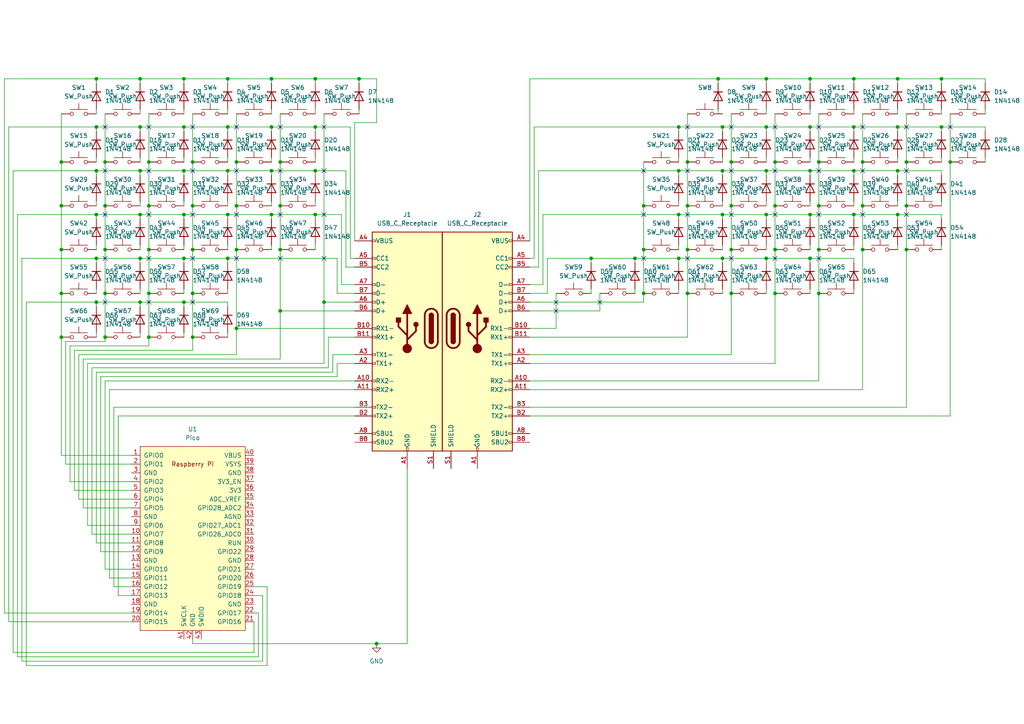
<source format=kicad_sch>
(kicad_sch (version 20231120) (generator "eeschema") (generator_version "8.0")
  (paper "A4")
  (junction (at 222.25 36.83))
  (junction (at 40.64 36.83))
  (junction (at 66.04 62.23))
  (junction (at 30.48 97.79))
  (junction (at 209.55 74.93))
  (junction (at 53.34 87.63))
  (junction (at 186.69 85.09))
  (junction (at 78.74 62.23))
  (junction (at 275.59 46.99))
  (junction (at 273.05 22.86))
  (junction (at 78.74 22.86))
  (junction (at 237.49 46.99))
  (junction (at 55.88 72.39))
  (junction (at 260.35 62.23))
  (junction (at 262.89 59.69))
  (junction (at 247.65 22.86))
  (junction (at 27.94 36.83))
  (junction (at 40.64 62.23))
  (junction (at 55.88 46.99))
  (junction (at 40.64 49.53))
  (junction (at 27.94 87.63))
  (junction (at 224.79 85.09))
  (junction (at 27.94 74.93))
  (junction (at 222.25 22.86))
  (junction (at 53.34 49.53))
  (junction (at 247.65 49.53))
  (junction (at 55.88 59.69))
  (junction (at 17.78 46.99))
  (junction (at 260.35 22.86))
  (junction (at 55.88 97.79))
  (junction (at 81.28 59.69))
  (junction (at 209.55 62.23))
  (junction (at 53.34 74.93))
  (junction (at 17.78 72.39))
  (junction (at 208.28 22.86))
  (junction (at 212.09 59.69))
  (junction (at 91.44 49.53))
  (junction (at 66.04 49.53))
  (junction (at 234.95 74.93))
  (junction (at 224.79 46.99))
  (junction (at 199.39 46.99))
  (junction (at 196.85 74.93))
  (junction (at 91.44 62.23))
  (junction (at 224.79 59.69))
  (junction (at 66.04 74.93))
  (junction (at 66.04 22.86))
  (junction (at 222.25 62.23))
  (junction (at 43.18 85.09))
  (junction (at 81.28 90.17))
  (junction (at 247.65 36.83))
  (junction (at 262.89 46.99))
  (junction (at 237.49 59.69))
  (junction (at 53.34 62.23))
  (junction (at 30.48 46.99))
  (junction (at 68.58 46.99))
  (junction (at 27.94 49.53))
  (junction (at 43.18 59.69))
  (junction (at 30.48 85.09))
  (junction (at 68.58 72.39))
  (junction (at 30.48 72.39))
  (junction (at 234.95 49.53))
  (junction (at 93.98 87.63))
  (junction (at 17.78 59.69))
  (junction (at 30.48 59.69))
  (junction (at 78.74 49.53))
  (junction (at 186.69 72.39))
  (junction (at 234.95 22.86))
  (junction (at 40.64 74.93))
  (junction (at 234.95 36.83))
  (junction (at 186.69 59.69))
  (junction (at 104.14 22.86))
  (junction (at 224.79 72.39))
  (junction (at 91.44 22.86))
  (junction (at 250.19 72.39))
  (junction (at 43.18 46.99))
  (junction (at 17.78 85.09))
  (junction (at 209.55 36.83))
  (junction (at 27.94 62.23))
  (junction (at 27.94 22.86))
  (junction (at 237.49 72.39))
  (junction (at 40.64 87.63))
  (junction (at 196.85 36.83))
  (junction (at 222.25 74.93))
  (junction (at 260.35 36.83))
  (junction (at 40.64 22.86))
  (junction (at 196.85 49.53))
  (junction (at 53.34 36.83))
  (junction (at 212.09 72.39))
  (junction (at 199.39 59.69))
  (junction (at 43.18 72.39))
  (junction (at 53.34 22.86))
  (junction (at 250.19 46.99))
  (junction (at 68.58 59.69))
  (junction (at 260.35 49.53))
  (junction (at 68.58 95.25))
  (junction (at 237.49 85.09))
  (junction (at 212.09 46.99))
  (junction (at 78.74 36.83))
  (junction (at 250.19 59.69))
  (junction (at 262.89 72.39))
  (junction (at 247.65 62.23))
  (junction (at 196.85 62.23))
  (junction (at 171.45 74.93))
  (junction (at 199.39 72.39))
  (junction (at 212.09 85.09))
  (junction (at 234.95 62.23))
  (junction (at 199.39 85.09))
  (junction (at 55.88 85.09))
  (junction (at 91.44 36.83))
  (junction (at 209.55 49.53))
  (junction (at 43.18 97.79))
  (junction (at 222.25 49.53))
  (junction (at 109.22 186.69))
  (junction (at 66.04 36.83))
  (junction (at 81.28 72.39))
  (junction (at 273.05 36.83))
  (junction (at 184.15 74.93))
  (junction (at 81.28 46.99))
  (junction (at 17.78 97.79))
  (no_connect (at 224.79 74.93))
  (no_connect (at 186.69 62.23))
  (no_connect (at 250.19 36.83))
  (no_connect (at 186.69 49.53))
  (no_connect (at 93.98 74.93))
  (no_connect (at 81.28 62.23))
  (no_connect (at 43.18 62.23))
  (no_connect (at 262.89 62.23))
  (no_connect (at 250.19 49.53))
  (no_connect (at 93.98 36.83))
  (no_connect (at 93.98 49.53))
  (no_connect (at 43.18 49.53))
  (no_connect (at 212.09 62.23))
  (no_connect (at 30.48 87.63))
  (no_connect (at 43.18 87.63))
  (no_connect (at 186.69 74.93))
  (no_connect (at 43.18 36.83))
  (no_connect (at 212.09 74.93))
  (no_connect (at 250.19 62.23))
  (no_connect (at 275.59 36.83))
  (no_connect (at 262.89 49.53))
  (no_connect (at 30.48 74.93))
  (no_connect (at 68.58 36.83))
  (no_connect (at 55.88 36.83))
  (no_connect (at 161.29 87.63))
  (no_connect (at 237.49 62.23))
  (no_connect (at 199.39 74.93))
  (no_connect (at 262.89 36.83))
  (no_connect (at 224.79 36.83))
  (no_connect (at 68.58 62.23))
  (no_connect (at 55.88 87.63))
  (no_connect (at 81.28 49.53))
  (no_connect (at 68.58 49.53))
  (no_connect (at 81.28 36.83))
  (no_connect (at 55.88 49.53))
  (no_connect (at 81.28 74.93))
  (no_connect (at 237.49 74.93))
  (no_connect (at 55.88 74.93))
  (no_connect (at 237.49 36.83))
  (no_connect (at 199.39 62.23))
  (no_connect (at 43.18 74.93))
  (no_connect (at 30.48 49.53))
  (no_connect (at 224.79 62.23))
  (no_connect (at 173.99 87.63))
  (no_connect (at 199.39 36.83))
  (no_connect (at 212.09 49.53))
  (no_connect (at 68.58 74.93))
  (no_connect (at 224.79 49.53))
  (no_connect (at 199.39 49.53))
  (no_connect (at 93.98 62.23))
  (no_connect (at 237.49 49.53))
  (no_connect (at 30.48 62.23))
  (no_connect (at 161.29 90.17))
  (no_connect (at 30.48 36.83))
  (no_connect (at 55.88 62.23))
  (no_connect (at 212.09 36.83))
  (wire (pts (xy 118.11 186.69) (xy 109.22 186.69)))
  (wire (pts (xy 196.85 36.83) (xy 196.85 38.1)))
  (wire (pts (xy 66.04 62.23) (xy 66.04 63.5)))
  (wire (pts (xy 109.22 22.86) (xy 104.14 22.86)))
  (wire (pts (xy 2.54 36.83) (xy 2.54 180.34)))
  (wire (pts (xy 196.85 45.72) (xy 196.85 46.99)))
  (wire (pts (xy 156.21 77.47) (xy 153.67 77.47)))
  (wire (pts (xy 22.86 144.78) (xy 38.1 144.78)))
  (wire (pts (xy 273.05 72.39) (xy 273.05 71.12)))
  (wire (pts (xy 262.89 118.11) (xy 153.67 118.11)))
  (wire (pts (xy 260.35 22.86) (xy 247.65 22.86)))
  (wire (pts (xy 102.87 69.85) (xy 102.87 35.56)))
  (wire (pts (xy 196.85 49.53) (xy 196.85 50.8)))
  (wire (pts (xy 53.34 62.23) (xy 40.64 62.23)))
  (wire (pts (xy 247.65 62.23) (xy 247.65 63.5)))
  (wire (pts (xy 247.65 49.53) (xy 234.95 49.53)))
  (wire (pts (xy 40.64 49.53) (xy 27.94 49.53)))
  (wire (pts (xy 66.04 22.86) (xy 66.04 24.13)))
  (wire (pts (xy 93.98 87.63) (xy 102.87 87.63)))
  (wire (pts (xy 171.45 74.93) (xy 171.45 76.2)))
  (wire (pts (xy 260.35 62.23) (xy 260.35 63.5)))
  (wire (pts (xy 273.05 49.53) (xy 260.35 49.53)))
  (wire (pts (xy 234.95 22.86) (xy 234.95 24.13)))
  (wire (pts (xy 262.89 46.99) (xy 262.89 59.69)))
  (wire (pts (xy 78.74 36.83) (xy 66.04 36.83)))
  (wire (pts (xy 186.69 72.39) (xy 186.69 59.69)))
  (wire (pts (xy 30.48 99.06) (xy 19.05 99.06)))
  (wire (pts (xy 234.95 49.53) (xy 222.25 49.53)))
  (wire (pts (xy 196.85 83.82) (xy 196.85 85.09)))
  (wire (pts (xy 209.55 71.12) (xy 209.55 72.39)))
  (wire (pts (xy 3.81 49.53) (xy 3.81 189.23)))
  (wire (pts (xy 27.94 74.93) (xy 6.35 74.93)))
  (wire (pts (xy 212.09 46.99) (xy 212.09 59.69)))
  (wire (pts (xy 27.94 96.52) (xy 27.94 97.79)))
  (wire (pts (xy 273.05 59.69) (xy 273.05 58.42)))
  (wire (pts (xy 76.2 172.72) (xy 73.66 172.72)))
  (wire (pts (xy 97.79 105.41) (xy 97.79 109.22)))
  (wire (pts (xy 53.34 36.83) (xy 53.34 38.1)))
  (wire (pts (xy 156.21 49.53) (xy 156.21 77.47)))
  (wire (pts (xy 102.87 105.41) (xy 97.79 105.41)))
  (wire (pts (xy 91.44 49.53) (xy 78.74 49.53)))
  (wire (pts (xy 91.44 45.72) (xy 91.44 46.99)))
  (wire (pts (xy 260.35 36.83) (xy 247.65 36.83)))
  (wire (pts (xy 66.04 36.83) (xy 66.04 38.1)))
  (wire (pts (xy 77.47 170.18) (xy 73.66 170.18)))
  (wire (pts (xy 29.21 109.22) (xy 29.21 160.02)))
  (wire (pts (xy 222.25 62.23) (xy 209.55 62.23)))
  (wire (pts (xy 237.49 72.39) (xy 237.49 85.09)))
  (wire (pts (xy 247.65 74.93) (xy 234.95 74.93)))
  (wire (pts (xy 153.67 22.86) (xy 153.67 69.85)))
  (wire (pts (xy 40.64 62.23) (xy 40.64 63.5)))
  (wire (pts (xy 273.05 63.5) (xy 273.05 62.23)))
  (wire (pts (xy 78.74 62.23) (xy 78.74 63.5)))
  (wire (pts (xy 81.28 33.02) (xy 81.28 46.99)))
  (wire (pts (xy 78.74 49.53) (xy 78.74 50.8)))
  (wire (pts (xy 102.87 82.55) (xy 99.06 82.55)))
  (wire (pts (xy 101.6 74.93) (xy 101.6 36.83)))
  (wire (pts (xy 43.18 33.02) (xy 43.18 46.99)))
  (wire (pts (xy 27.94 107.95) (xy 27.94 157.48)))
  (wire (pts (xy 275.59 46.99) (xy 275.59 120.65)))
  (wire (pts (xy 66.04 58.42) (xy 66.04 59.69)))
  (wire (pts (xy 53.34 87.63) (xy 53.34 88.9)))
  (wire (pts (xy 247.65 85.09) (xy 247.65 83.82)))
  (wire (pts (xy 20.32 100.33) (xy 20.32 139.7)))
  (wire (pts (xy 234.95 62.23) (xy 234.95 63.5)))
  (wire (pts (xy 260.35 62.23) (xy 247.65 62.23)))
  (wire (pts (xy 53.34 45.72) (xy 53.34 46.99)))
  (wire (pts (xy 260.35 49.53) (xy 260.35 50.8)))
  (wire (pts (xy 26.67 106.68) (xy 26.67 154.94)))
  (wire (pts (xy 40.64 58.42) (xy 40.64 59.69)))
  (wire (pts (xy 78.74 22.86) (xy 66.04 22.86)))
  (wire (pts (xy 199.39 59.69) (xy 199.39 72.39)))
  (wire (pts (xy 260.35 71.12) (xy 260.35 72.39)))
  (wire (pts (xy 68.58 95.25) (xy 68.58 102.87)))
  (wire (pts (xy 234.95 71.12) (xy 234.95 72.39)))
  (wire (pts (xy 104.14 22.86) (xy 91.44 22.86)))
  (wire (pts (xy 78.74 31.75) (xy 78.74 33.02)))
  (wire (pts (xy 27.94 74.93) (xy 27.94 76.2)))
  (wire (pts (xy 27.94 87.63) (xy 7.62 87.63)))
  (wire (pts (xy 154.94 36.83) (xy 154.94 74.93)))
  (wire (pts (xy 222.25 31.75) (xy 222.25 33.02)))
  (wire (pts (xy 209.55 36.83) (xy 209.55 38.1)))
  (wire (pts (xy 33.02 170.18) (xy 38.1 170.18)))
  (wire (pts (xy 27.94 62.23) (xy 5.08 62.23)))
  (wire (pts (xy 27.94 49.53) (xy 3.81 49.53)))
  (wire (pts (xy 234.95 74.93) (xy 234.95 76.2)))
  (wire (pts (xy 17.78 97.79) (xy 17.78 132.08)))
  (wire (pts (xy 196.85 62.23) (xy 157.48 62.23)))
  (wire (pts (xy 22.86 102.87) (xy 22.86 144.78)))
  (wire (pts (xy 100.33 77.47) (xy 100.33 49.53)))
  (wire (pts (xy 96.52 102.87) (xy 96.52 107.95)))
  (wire (pts (xy 25.4 152.4) (xy 38.1 152.4)))
  (wire (pts (xy 247.65 36.83) (xy 247.65 38.1)))
  (wire (pts (xy 222.25 71.12) (xy 222.25 72.39)))
  (wire (pts (xy 68.58 95.25) (xy 102.87 95.25)))
  (wire (pts (xy 102.87 85.09) (xy 97.79 85.09)))
  (wire (pts (xy 21.59 142.24) (xy 38.1 142.24)))
  (wire (pts (xy 30.48 72.39) (xy 30.48 85.09)))
  (wire (pts (xy 27.94 31.75) (xy 27.94 33.02)))
  (wire (pts (xy 97.79 74.93) (xy 66.04 74.93)))
  (wire (pts (xy 20.32 139.7) (xy 38.1 139.7)))
  (wire (pts (xy 260.35 45.72) (xy 260.35 46.99)))
  (wire (pts (xy 91.44 31.75) (xy 91.44 33.02)))
  (wire (pts (xy 29.21 160.02) (xy 38.1 160.02)))
  (wire (pts (xy 100.33 49.53) (xy 91.44 49.53)))
  (wire (pts (xy 222.25 74.93) (xy 222.25 76.2)))
  (wire (pts (xy 78.74 45.72) (xy 78.74 46.99)))
  (wire (pts (xy 40.64 87.63) (xy 40.64 88.9)))
  (wire (pts (xy 224.79 33.02) (xy 224.79 46.99)))
  (wire (pts (xy 1.27 177.8) (xy 38.1 177.8)))
  (wire (pts (xy 199.39 85.09) (xy 199.39 97.79)))
  (wire (pts (xy 285.75 33.02) (xy 285.75 31.75)))
  (wire (pts (xy 91.44 49.53) (xy 91.44 50.8)))
  (wire (pts (xy 285.75 24.13) (xy 285.75 22.86)))
  (wire (pts (xy 118.11 135.89) (xy 118.11 186.69)))
  (wire (pts (xy 247.65 62.23) (xy 234.95 62.23)))
  (wire (pts (xy 260.35 49.53) (xy 247.65 49.53)))
  (wire (pts (xy 5.08 62.23) (xy 5.08 190.5)))
  (wire (pts (xy 209.55 74.93) (xy 196.85 74.93)))
  (wire (pts (xy 93.98 33.02) (xy 93.98 87.63)))
  (wire (pts (xy 31.75 167.64) (xy 38.1 167.64)))
  (wire (pts (xy 40.64 87.63) (xy 27.94 87.63)))
  (wire (pts (xy 275.59 33.02) (xy 275.59 46.99)))
  (wire (pts (xy 17.78 72.39) (xy 17.78 85.09)))
  (wire (pts (xy 109.22 35.56) (xy 109.22 22.86)))
  (wire (pts (xy 81.28 90.17) (xy 81.28 104.14)))
  (wire (pts (xy 222.25 74.93) (xy 209.55 74.93)))
  (wire (pts (xy 27.94 22.86) (xy 1.27 22.86)))
  (wire (pts (xy 224.79 105.41) (xy 153.67 105.41)))
  (wire (pts (xy 234.95 62.23) (xy 222.25 62.23)))
  (wire (pts (xy 81.28 90.17) (xy 102.87 90.17)))
  (wire (pts (xy 7.62 193.04) (xy 77.47 193.04)))
  (wire (pts (xy 237.49 59.69) (xy 237.49 72.39)))
  (wire (pts (xy 53.34 22.86) (xy 40.64 22.86)))
  (wire (pts (xy 27.94 45.72) (xy 27.94 46.99)))
  (wire (pts (xy 40.64 36.83) (xy 40.64 38.1)))
  (wire (pts (xy 66.04 62.23) (xy 53.34 62.23)))
  (wire (pts (xy 273.05 31.75) (xy 273.05 33.02)))
  (wire (pts (xy 24.13 147.32) (xy 38.1 147.32)))
  (wire (pts (xy 27.94 83.82) (xy 27.94 85.09)))
  (wire (pts (xy 30.48 85.09) (xy 30.48 97.79)))
  (wire (pts (xy 78.74 22.86) (xy 78.74 24.13)))
  (wire (pts (xy 222.25 22.86) (xy 222.25 24.13)))
  (wire (pts (xy 222.25 62.23) (xy 222.25 63.5)))
  (wire (pts (xy 27.94 58.42) (xy 27.94 59.69)))
  (wire (pts (xy 154.94 74.93) (xy 153.67 74.93)))
  (wire (pts (xy 40.64 62.23) (xy 27.94 62.23)))
  (wire (pts (xy 196.85 74.93) (xy 196.85 76.2)))
  (wire (pts (xy 30.48 46.99) (xy 30.48 59.69)))
  (wire (pts (xy 53.34 87.63) (xy 40.64 87.63)))
  (wire (pts (xy 209.55 45.72) (xy 209.55 46.99)))
  (wire (pts (xy 273.05 22.86) (xy 260.35 22.86)))
  (wire (pts (xy 30.48 165.1) (xy 38.1 165.1)))
  (wire (pts (xy 102.87 110.49) (xy 30.48 110.49)))
  (wire (pts (xy 19.05 99.06) (xy 19.05 134.62)))
  (wire (pts (xy 6.35 74.93) (xy 6.35 191.77)))
  (wire (pts (xy 237.49 85.09) (xy 237.49 110.49)))
  (wire (pts (xy 158.75 85.09) (xy 153.67 85.09)))
  (wire (pts (xy 66.04 36.83) (xy 53.34 36.83)))
  (wire (pts (xy 91.44 71.12) (xy 91.44 72.39)))
  (wire (pts (xy 199.39 33.02) (xy 199.39 46.99)))
  (wire (pts (xy 91.44 36.83) (xy 91.44 38.1)))
  (wire (pts (xy 66.04 74.93) (xy 53.34 74.93)))
  (wire (pts (xy 250.19 59.69) (xy 250.19 72.39)))
  (wire (pts (xy 102.87 120.65) (xy 34.29 120.65)))
  (wire (pts (xy 66.04 45.72) (xy 66.04 46.99)))
  (wire (pts (xy 262.89 33.02) (xy 262.89 46.99)))
  (wire (pts (xy 53.34 22.86) (xy 53.34 24.13)))
  (wire (pts (xy 247.65 76.2) (xy 247.65 74.93)))
  (wire (pts (xy 158.75 74.93) (xy 158.75 85.09)))
  (wire (pts (xy 68.58 59.69) (xy 68.58 72.39)))
  (wire (pts (xy 40.64 83.82) (xy 40.64 85.09)))
  (wire (pts (xy 55.88 72.39) (xy 55.88 85.09)))
  (wire (pts (xy 91.44 58.42) (xy 91.44 59.69)))
  (wire (pts (xy 17.78 33.02) (xy 17.78 46.99)))
  (wire (pts (xy 53.34 36.83) (xy 40.64 36.83)))
  (wire (pts (xy 91.44 22.86) (xy 91.44 24.13)))
  (wire (pts (xy 285.75 36.83) (xy 273.05 36.83)))
  (wire (pts (xy 5.08 190.5) (xy 74.93 190.5)))
  (wire (pts (xy 209.55 58.42) (xy 209.55 59.69)))
  (wire (pts (xy 161.29 95.25) (xy 161.29 85.09)))
  (wire (pts (xy 212.09 72.39) (xy 212.09 85.09)))
  (wire (pts (xy 81.28 46.99) (xy 81.28 59.69)))
  (wire (pts (xy 157.48 82.55) (xy 153.67 82.55)))
  (wire (pts (xy 91.44 22.86) (xy 78.74 22.86)))
  (wire (pts (xy 24.13 104.14) (xy 24.13 147.32)))
  (wire (pts (xy 43.18 59.69) (xy 43.18 72.39)))
  (wire (pts (xy 234.95 22.86) (xy 222.25 22.86)))
  (wire (pts (xy 96.52 107.95) (xy 27.94 107.95)))
  (wire (pts (xy 53.34 49.53) (xy 53.34 50.8)))
  (wire (pts (xy 196.85 49.53) (xy 156.21 49.53)))
  (wire (pts (xy 247.65 22.86) (xy 234.95 22.86)))
  (wire (pts (xy 26.67 154.94) (xy 38.1 154.94)))
  (wire (pts (xy 99.06 62.23) (xy 91.44 62.23)))
  (wire (pts (xy 91.44 62.23) (xy 91.44 63.5)))
  (wire (pts (xy 234.95 36.83) (xy 222.25 36.83)))
  (wire (pts (xy 209.55 49.53) (xy 209.55 50.8)))
  (wire (pts (xy 27.94 87.63) (xy 27.94 88.9)))
  (wire (pts (xy 196.85 58.42) (xy 196.85 59.69)))
  (wire (pts (xy 275.59 120.65) (xy 153.67 120.65)))
  (wire (pts (xy 68.58 72.39) (xy 68.58 95.25)))
  (wire (pts (xy 66.04 49.53) (xy 53.34 49.53)))
  (wire (pts (xy 102.87 113.03) (xy 31.75 113.03)))
  (wire (pts (xy 66.04 49.53) (xy 66.04 50.8)))
  (wire (pts (xy 234.95 83.82) (xy 234.95 85.09)))
  (wire (pts (xy 78.74 58.42) (xy 78.74 59.69)))
  (wire (pts (xy 27.94 157.48) (xy 38.1 157.48)))
  (wire (pts (xy 212.09 85.09) (xy 212.09 102.87)))
  (wire (pts (xy 17.78 59.69) (xy 17.78 72.39)))
  (wire (pts (xy 66.04 88.9) (xy 66.04 87.63)))
  (wire (pts (xy 78.74 49.53) (xy 66.04 49.53)))
  (wire (pts (xy 30.48 33.02) (xy 30.48 46.99)))
  (wire (pts (xy 55.88 46.99) (xy 55.88 59.69)))
  (wire (pts (xy 250.19 33.02) (xy 250.19 46.99)))
  (wire (pts (xy 285.75 38.1) (xy 285.75 36.83)))
  (wire (pts (xy 250.19 46.99) (xy 250.19 59.69)))
  (wire (pts (xy 260.35 31.75) (xy 260.35 33.02)))
  (wire (pts (xy 55.88 185.42) (xy 55.88 186.69)))
  (wire (pts (xy 247.65 58.42) (xy 247.65 59.69)))
  (wire (pts (xy 212.09 33.02) (xy 212.09 46.99)))
  (wire (pts (xy 68.58 46.99) (xy 68.58 59.69)))
  (wire (pts (xy 99.06 82.55) (xy 99.06 62.23)))
  (wire (pts (xy 43.18 97.79) (xy 43.18 100.33)))
  (wire (pts (xy 273.05 50.8) (xy 273.05 49.53)))
  (wire (pts (xy 66.04 31.75) (xy 66.04 33.02)))
  (wire (pts (xy 209.55 62.23) (xy 196.85 62.23)))
  (wire (pts (xy 66.04 87.63) (xy 53.34 87.63)))
  (wire (pts (xy 68.58 102.87) (xy 22.86 102.87)))
  (wire (pts (xy 260.35 22.86) (xy 260.35 24.13)))
  (wire (pts (xy 53.34 58.42) (xy 53.34 59.69)))
  (wire (pts (xy 153.67 87.63) (xy 186.69 87.63)))
  (wire (pts (xy 7.62 87.63) (xy 7.62 193.04)))
  (wire (pts (xy 55.88 59.69) (xy 55.88 72.39)))
  (wire (pts (xy 27.94 22.86) (xy 40.64 22.86)))
  (wire (pts (xy 31.75 113.03) (xy 31.75 167.64)))
  (wire (pts (xy 102.87 77.47) (xy 100.33 77.47)))
  (wire (pts (xy 95.25 106.68) (xy 26.67 106.68)))
  (wire (pts (xy 102.87 35.56) (xy 109.22 35.56)))
  (wire (pts (xy 260.35 36.83) (xy 260.35 38.1)))
  (wire (pts (xy 43.18 72.39) (xy 43.18 85.09)))
  (wire (pts (xy 234.95 49.53) (xy 234.95 50.8)))
  (wire (pts (xy 222.25 36.83) (xy 222.25 38.1)))
  (wire (pts (xy 262.89 59.69) (xy 262.89 72.39)))
  (wire (pts (xy 27.94 36.83) (xy 2.54 36.83)))
  (wire (pts (xy 66.04 74.93) (xy 66.04 76.2)))
  (wire (pts (xy 153.67 95.25) (xy 161.29 95.25)))
  (wire (pts (xy 260.35 58.42) (xy 260.35 59.69)))
  (wire (pts (xy 30.48 110.49) (xy 30.48 165.1)))
  (wire (pts (xy 262.89 72.39) (xy 262.89 118.11)))
  (wire (pts (xy 55.88 186.69) (xy 109.22 186.69)))
  (wire (pts (xy 234.95 36.83) (xy 234.95 38.1)))
  (wire (pts (xy 102.87 118.11) (xy 33.02 118.11)))
  (wire (pts (xy 81.28 104.14) (xy 24.13 104.14)))
  (wire (pts (xy 209.55 33.02) (xy 208.28 33.02)))
  (wire (pts (xy 73.66 189.23) (xy 73.66 180.34)))
  (wire (pts (xy 222.25 58.42) (xy 222.25 59.69)))
  (wire (pts (xy 55.88 101.6) (xy 21.59 101.6)))
  (wire (pts (xy 212.09 59.69) (xy 212.09 72.39)))
  (wire (pts (xy 40.64 74.93) (xy 40.64 76.2)))
  (wire (pts (xy 273.05 45.72) (xy 273.05 46.99)))
  (wire (pts (xy 224.79 46.99) (xy 224.79 59.69)))
  (wire (pts (xy 199.39 72.39) (xy 199.39 85.09)))
  (wire (pts (xy 209.55 49.53) (xy 196.85 49.53)))
  (wire (pts (xy 209.55 74.93) (xy 209.55 76.2)))
  (wire (pts (xy 43.18 85.09) (xy 43.18 97.79)))
  (wire (pts (xy 25.4 105.41) (xy 25.4 152.4)))
  (wire (pts (xy 53.34 62.23) (xy 53.34 63.5)))
  (wire (pts (xy 2.54 180.34) (xy 38.1 180.34)))
  (wire (pts (xy 234.95 31.75) (xy 234.95 33.02)))
  (wire (pts (xy 27.94 49.53) (xy 27.94 50.8)))
  (wire (pts (xy 27.94 36.83) (xy 27.94 38.1)))
  (wire (pts (xy 53.34 83.82) (xy 53.34 85.09)))
  (wire (pts (xy 27.94 22.86) (xy 27.94 24.13)))
  (wire (pts (xy 17.78 46.99) (xy 17.78 59.69)))
  (wire (pts (xy 30.48 59.69) (xy 30.48 72.39)))
  (wire (pts (xy 66.04 83.82) (xy 66.04 85.09)))
  (wire (pts (xy 222.25 36.83) (xy 209.55 36.83)))
  (wire (pts (xy 81.28 59.69) (xy 81.28 72.39)))
  (wire (pts (xy 209.55 83.82) (xy 209.55 85.09)))
  (wire (pts (xy 17.78 132.08) (xy 38.1 132.08)))
  (wire (pts (xy 222.25 49.53) (xy 222.25 50.8)))
  (wire (pts (xy 53.34 71.12) (xy 53.34 72.39)))
  (wire (pts (xy 102.87 102.87) (xy 96.52 102.87)))
  (wire (pts (xy 273.05 36.83) (xy 260.35 36.83)))
  (wire (pts (xy 40.64 22.86) (xy 40.64 24.13)))
  (wire (pts (xy 224.79 59.69) (xy 224.79 72.39)))
  (wire (pts (xy 78.74 36.83) (xy 78.74 38.1)))
  (wire (pts (xy 237.49 46.99) (xy 237.49 59.69)))
  (wire (pts (xy 76.2 191.77) (xy 76.2 172.72)))
  (wire (pts (xy 95.25 97.79) (xy 95.25 106.68)))
  (wire (pts (xy 43.18 100.33) (xy 20.32 100.33)))
  (wire (pts (xy 40.64 31.75) (xy 40.64 33.02)))
  (wire (pts (xy 250.19 113.03) (xy 153.67 113.03)))
  (wire (pts (xy 97.79 109.22) (xy 29.21 109.22)))
  (wire (pts (xy 55.88 85.09) (xy 55.88 97.79)))
  (wire (pts (xy 53.34 74.93) (xy 40.64 74.93)))
  (wire (pts (xy 247.65 71.12) (xy 247.65 72.39)))
  (wire (pts (xy 222.25 45.72) (xy 222.25 46.99)))
  (wire (pts (xy 212.09 102.87) (xy 153.67 102.87)))
  (wire (pts (xy 196.85 71.12) (xy 196.85 72.39)))
  (wire (pts (xy 40.64 74.93) (xy 27.94 74.93)))
  (wire (pts (xy 91.44 62.23) (xy 78.74 62.23)))
  (wire (pts (xy 78.74 71.12) (xy 78.74 72.39)))
  (wire (pts (xy 6.35 191.77) (xy 76.2 191.77)))
  (wire (pts (xy 102.87 74.93) (xy 101.6 74.93)))
  (wire (pts (xy 196.85 36.83) (xy 154.94 36.83)))
  (wire (pts (xy 74.93 190.5) (xy 74.93 177.8)))
  (wire (pts (xy 222.25 49.53) (xy 209.55 49.53)))
  (wire (pts (xy 53.34 49.53) (xy 40.64 49.53)))
  (wire (pts (xy 237.49 33.02) (xy 237.49 46.99)))
  (wire (pts (xy 184.15 74.93) (xy 184.15 76.2)))
  (wire (pts (xy 247.65 22.86) (xy 247.65 24.13)))
  (wire (pts (xy 285.75 22.86) (xy 273.05 22.86)))
  (wire (pts (xy 53.34 31.75) (xy 53.34 33.02)))
  (wire (pts (xy 196.85 74.93) (xy 184.15 74.93)))
  (wire (pts (xy 186.69 59.69) (xy 186.69 46.99)))
  (wire (pts (xy 40.64 36.83) (xy 27.94 36.83)))
  (wire (pts (xy 19.05 134.62) (xy 38.1 134.62)))
  (wire (pts (xy 273.05 62.23) (xy 260.35 62.23)))
  (wire (pts (xy 173.99 90.17) (xy 173.99 85.09)))
  (wire (pts (xy 247.65 45.72) (xy 247.65 46.99)))
  (wire (pts (xy 224.79 85.09) (xy 224.79 105.41)))
  (wire (pts (xy 208.28 33.02) (xy 208.28 31.75)))
  (wire (pts (xy 247.65 49.53) (xy 247.65 50.8)))
  (wire (pts (xy 273.05 22.86) (xy 273.05 24.13)))
  (wire (pts (xy 17.78 85.09) (xy 17.78 97.79)))
  (wire (pts (xy 53.34 74.93) (xy 53.34 76.2)))
  (wire (pts (xy 104.14 22.86) (xy 104.14 24.13)))
  (wire (pts (xy 153.67 90.17) (xy 173.99 90.17)))
  (wire (pts (xy 74.93 177.8) (xy 73.66 177.8)))
  (wire (pts (xy 93.98 105.41) (xy 25.4 105.41)))
  (wire (pts (xy 199.39 46.99) (xy 199.39 59.69)))
  (wire (pts (xy 234.95 74.93) (xy 222.25 74.93)))
  (wire (pts (xy 171.45 74.93) (xy 158.75 74.93)))
  (wire (pts (xy 186.69 85.09) (xy 186.69 72.39)))
  (wire (pts (xy 40.64 49.53) (xy 40.64 50.8)))
  (wire (pts (xy 234.95 58.42) (xy 234.95 59.69)))
  (wire (pts (xy 97.79 85.09) (xy 97.79 74.93)))
  (wire (pts (xy 68.58 33.02) (xy 68.58 46.99)))
  (wire (pts (xy 21.59 101.6) (xy 21.59 142.24)))
  (wire (pts (xy 247.65 31.75) (xy 247.65 33.02)))
  (wire (pts (xy 222.25 22.86) (xy 208.28 22.86)))
  (wire (pts (xy 196.85 62.23) (xy 196.85 63.5)))
  (wire (pts (xy 208.28 24.13) (xy 208.28 22.86)))
  (wire (pts (xy 234.95 45.72) (xy 234.95 46.99)))
  (wire (pts (xy 93.98 87.63) (xy 93.98 105.41)))
  (wire (pts (xy 78.74 62.23) (xy 66.04 62.23)))
  (wire (pts (xy 285.75 46.99) (xy 285.75 45.72)))
  (wire (pts (xy 43.18 46.99) (xy 43.18 59.69)))
  (wire (pts (xy 208.28 22.86) (xy 153.67 22.86)))
  (wire (pts (xy 40.64 96.52) (xy 40.64 97.79)))
  (wire (pts (xy 209.55 36.83) (xy 196.85 36.83)))
  (wire (pts (xy 247.65 36.83) (xy 234.95 36.83)))
  (wire (pts (xy 3.81 189.23) (xy 73.66 189.23)))
  (wire (pts (xy 186.69 87.63) (xy 186.69 85.09)))
  (wire (pts (xy 66.04 71.12) (xy 66.04 72.39)))
  (wire (pts (xy 34.29 172.72) (xy 38.1 172.72)))
  (wire (pts (xy 209.55 62.23) (xy 209.55 63.5)))
  (wire (pts (xy 237.49 110.49) (xy 153.67 110.49)))
  (wire (pts (xy 224.79 72.39) (xy 224.79 85.09)))
  (wire (pts (xy 55.88 33.02) (xy 55.88 46.99)))
  (wire (pts (xy 171.45 83.82) (xy 171.45 85.09)))
  (wire (pts (xy 77.47 193.04) (xy 77.47 170.18)))
  (wire (pts (xy 1.27 22.86) (xy 1.27 177.8)))
  (wire (pts (xy 199.39 97.79) (xy 153.67 97.79)))
  (wire (pts (xy 30.48 97.79) (xy 30.48 99.06)))
  (wire (pts (xy 33.02 118.11) (xy 33.02 170.18)))
  (wire (pts (xy 66.04 22.86) (xy 53.34 22.86)))
  (wire (pts (xy 101.6 36.83) (xy 91.44 36.83)))
  (wire (pts (xy 222.25 83.82) (xy 222.25 85.09)))
  (wire (pts (xy 102.87 97.79) (xy 95.25 97.79)))
  (wire (pts (xy 34.29 120.65) (xy 34.29 172.72)))
  (wire (pts (xy 273.05 36.83) (xy 273.05 38.1)))
  (wire (pts (xy 27.94 71.12) (xy 27.94 72.39)))
  (wire (pts (xy 81.28 72.39) (xy 81.28 90.17)))
  (wire (pts (xy 91.44 36.83) (xy 78.74 36.83)))
  (wire (pts (xy 157.48 62.23) (xy 157.48 82.55)))
  (wire (pts (xy 250.19 72.39) (xy 250.19 113.03)))
  (wire (pts (xy 184.15 83.82) (xy 184.15 85.09)))
  (wire (pts (xy 184.15 74.93) (xy 171.45 74.93)))
  (wire (pts (xy 27.94 62.23) (xy 27.94 63.5)))
  (wire (pts (xy 40.64 71.12) (xy 40.64 72.39)))
  (wire (pts (xy 104.14 31.75) (xy 104.14 33.02)))
  (wire (pts (xy 40.64 45.72) (xy 40.64 46.99)))
  (wire (pts (xy 55.88 97.79) (xy 55.88 101.6)))
  (wire (pts (xy 53.34 96.52) (xy 53.34 97.79)))
  (wire (pts (xy 66.04 97.79) (xy 66.04 96.52)))
  (symbol (lib_id "Switch:SW_Push") (at 35.56 46.99 0) (unit 1)
    (property "Reference" "SW16" (at 35.56 39.37 0))
    (property "Value" "SW_Push" (at 35.56 41.91 0))
    (property "Footprint" "Button_Switch_Keyboard:SW_Cherry_MX_1.00u_PCB" (effects (hide yes)))
    (property "Description" "Push button switch, generic, two pins" (effects (hide yes)))
  )
  (symbol (lib_id "Diode:1N4148") (at 234.95 80.01 270) (unit 1)
    (property "Reference" "D64" (at 237.49 78.7399 90) (effects (justify left)))
    (property "Value" "1N4148" (at 237.49 81.2799 90) (effects (justify left)))
    (property "Footprint" "Diode_THT:D_DO-35_SOD27_P7.62mm_Horizontal" (effects (hide yes)))
    (property "Datasheet" "https://assets.nexperia.com/documents/data-sheet/1N4148_1N4448.pdf" (effects (hide yes)))
    (property "Description" "100V 0.15A standard switching diode, DO-35" (effects (hide yes)))
    (property "Sim.Device" "D" (effects (hide yes)))
    (property "Sim.Pins" "1=K 2=A" (effects (hide yes)))
  )
  (symbol (lib_id "Switch:SW_Push") (at 73.66 46.99 0) (unit 1)
    (property "Reference" "SW19" (at 73.66 39.37 0))
    (property "Value" "SW_Push" (at 73.66 41.91 0))
    (property "Footprint" "Button_Switch_Keyboard:SW_Cherry_MX_1.00u_PCB" (effects (hide yes)))
    (property "Description" "Push button switch, generic, two pins" (effects (hide yes)))
  )
  (symbol (lib_id "Diode:1N4148") (at 66.04 67.31 270) (unit 1)
    (property "Reference" "D45" (at 68.58 66.0399 90) (effects (justify left)))
    (property "Value" "1N4148" (at 68.58 68.5799 90) (effects (justify left)))
    (property "Footprint" "Diode_THT:D_DO-35_SOD27_P7.62mm_Horizontal" (effects (hide yes)))
    (property "Datasheet" "https://assets.nexperia.com/documents/data-sheet/1N4148_1N4448.pdf" (effects (hide yes)))
    (property "Description" "100V 0.15A standard switching diode, DO-35" (effects (hide yes)))
    (property "Sim.Device" "D" (effects (hide yes)))
    (property "Sim.Pins" "1=K 2=A" (effects (hide yes)))
  )
  (symbol (lib_id "Diode:1N4148") (at 91.44 67.31 270) (unit 1)
    (property "Reference" "D47" (at 93.98 66.0399 90) (effects (justify left)))
    (property "Value" "1N4148" (at 93.98 68.5799 90) (effects (justify left)))
    (property "Footprint" "Diode_THT:D_DO-35_SOD27_P7.62mm_Horizontal" (effects (hide yes)))
    (property "Datasheet" "https://assets.nexperia.com/documents/data-sheet/1N4148_1N4448.pdf" (effects (hide yes)))
    (property "Description" "100V 0.15A standard switching diode, DO-35" (effects (hide yes)))
    (property "Sim.Device" "D" (effects (hide yes)))
    (property "Sim.Pins" "1=K 2=A" (effects (hide yes)))
  )
  (symbol (lib_id "Diode:1N4148") (at 184.15 80.01 270) (unit 1)
    (property "Reference" "D60" (at 186.69 78.7399 90) (effects (justify left)))
    (property "Value" "1N4148" (at 186.69 81.2799 90) (effects (justify left)))
    (property "Footprint" "Diode_THT:D_DO-35_SOD27_P7.62mm_Horizontal" (effects (hide yes)))
    (property "Datasheet" "https://assets.nexperia.com/documents/data-sheet/1N4148_1N4448.pdf" (effects (hide yes)))
    (property "Description" "100V 0.15A standard switching diode, DO-35" (effects (hide yes)))
    (property "Sim.Device" "D" (effects (hide yes)))
    (property "Sim.Pins" "1=K 2=A" (effects (hide yes)))
  )
  (symbol (lib_id "Switch:SW_Push") (at 60.96 33.02 0) (unit 1)
    (property "Reference" "SW4" (at 60.96 25.4 0))
    (property "Value" "SW_Push" (at 60.96 27.94 0))
    (property "Footprint" "Button_Switch_Keyboard:SW_Cherry_MX_1.00u_PCB" (effects (hide yes)))
    (property "Description" "Push button switch, generic, two pins" (effects (hide yes)))
  )
  (symbol (lib_id "Diode:1N4148") (at 260.35 54.61 270) (unit 1)
    (property "Reference" "D40" (at 262.89 53.3399 90) (effects (justify left)))
    (property "Value" "1N4148" (at 262.89 55.8799 90) (effects (justify left)))
    (property "Footprint" "Diode_THT:D_DO-35_SOD27_P7.62mm_Horizontal" (effects (hide yes)))
    (property "Datasheet" "https://assets.nexperia.com/documents/data-sheet/1N4148_1N4448.pdf" (effects (hide yes)))
    (property "Description" "100V 0.15A standard switching diode, DO-35" (effects (hide yes)))
    (property "Sim.Device" "D" (effects (hide yes)))
    (property "Sim.Pins" "1=K 2=A" (effects (hide yes)))
  )
  (symbol (lib_id "Diode:1N4148") (at 222.25 80.01 270) (unit 1)
    (property "Reference" "D63" (at 224.79 78.7399 90) (effects (justify left)))
    (property "Value" "1N4148" (at 224.79 81.2799 90) (effects (justify left)))
    (property "Footprint" "Diode_THT:D_DO-35_SOD27_P7.62mm_Horizontal" (effects (hide yes)))
    (property "Datasheet" "https://assets.nexperia.com/documents/data-sheet/1N4148_1N4448.pdf" (effects (hide yes)))
    (property "Description" "100V 0.15A standard switching diode, DO-35" (effects (hide yes)))
    (property "Sim.Device" "D" (effects (hide yes)))
    (property "Sim.Pins" "1=K 2=A" (effects (hide yes)))
  )
  (symbol (lib_id "Switch:SW_Push") (at 204.47 72.39 0) (unit 1)
    (property "Reference" "SW49" (at 204.47 64.77 0))
    (property "Value" "SW_Push" (at 204.47 67.31 0))
    (property "Footprint" "Button_Switch_Keyboard:SW_Cherry_MX_1.00u_PCB" (effects (hide yes)))
    (property "Description" "Push button switch, generic, two pins" (effects (hide yes)))
  )
  (symbol (lib_id "Diode:1N4148") (at 66.04 27.94 270) (unit 1)
    (property "Reference" "D4" (at 68.58 26.6699 90) (effects (justify left)))
    (property "Value" "1N4148" (at 68.58 29.2099 90) (effects (justify left)))
    (property "Footprint" "Diode_THT:D_DO-35_SOD27_P7.62mm_Horizontal" (effects (hide yes)))
    (property "Datasheet" "https://assets.nexperia.com/documents/data-sheet/1N4148_1N4448.pdf" (effects (hide yes)))
    (property "Description" "100V 0.15A standard switching diode, DO-35" (effects (hide yes)))
    (property "Sim.Device" "D" (effects (hide yes)))
    (property "Sim.Pins" "1=K 2=A" (effects (hide yes)))
  )
  (symbol (lib_id "Switch:SW_Push") (at 280.67 46.99 0) (unit 1)
    (property "Reference" "SW28" (at 280.67 39.37 0))
    (property "Value" "SW_Push" (at 280.67 41.91 0))
    (property "Footprint" "Button_Switch_Keyboard:SW_Cherry_MX_1.00u_PCB" (effects (hide yes)))
    (property "Description" "Push button switch, generic, two pins" (effects (hide yes)))
  )
  (symbol (lib_id "Connector:USB_C_Receptacle") (at 118.11 95.25 0) (mirror y) (unit 1)
    (property "Reference" "J1" (at 118.11 62.23 0))
    (property "Value" "USB_C_Receptacle" (at 118.11 64.77 0))
    (property "Footprint" "Connector_USB:USB_C_Receptacle_Amphenol_12401548E4-2A" (effects (hide yes)))
    (property "Datasheet" "https://www.usb.org/sites/default/files/documents/usb_type-c.zip" (effects (hide yes)))
    (property "Description" "USB Full-Featured Type-C Receptacle connector" (effects (hide yes)))
  )
  (symbol (lib_id "Switch:SW_Push") (at 86.36 46.99 0) (unit 1)
    (property "Reference" "SW20" (at 86.36 39.37 0))
    (property "Value" "SW_Push" (at 86.36 41.91 0))
    (property "Footprint" "Button_Switch_Keyboard:SW_Cherry_MX_1.00u_PCB" (effects (hide yes)))
    (property "Description" "Push button switch, generic, two pins" (effects (hide yes)))
  )
  (symbol (lib_id "Diode:1N4148") (at 78.74 54.61 270) (unit 1)
    (property "Reference" "D33" (at 81.28 53.3399 90) (effects (justify left)))
    (property "Value" "1N4148" (at 81.28 55.8799 90) (effects (justify left)))
    (property "Footprint" "Diode_THT:D_DO-35_SOD27_P7.62mm_Horizontal" (effects (hide yes)))
    (property "Datasheet" "https://assets.nexperia.com/documents/data-sheet/1N4148_1N4448.pdf" (effects (hide yes)))
    (property "Description" "100V 0.15A standard switching diode, DO-35" (effects (hide yes)))
    (property "Sim.Device" "D" (effects (hide yes)))
    (property "Sim.Pins" "1=K 2=A" (effects (hide yes)))
  )
  (symbol (lib_id "Switch:SW_Push") (at 217.17 85.09 0) (unit 1)
    (property "Reference" "SW63" (at 217.17 77.47 0))
    (property "Value" "SW_Push" (at 217.17 80.01 0))
    (property "Footprint" "Button_Switch_Keyboard:SW_Cherry_MX_1.00u_PCB" (effects (hide yes)))
    (property "Description" "Push button switch, generic, two pins" (effects (hide yes)))
  )
  (symbol (lib_id "Diode:1N4148") (at 234.95 41.91 270) (unit 1)
    (property "Reference" "D24" (at 237.49 40.6399 90) (effects (justify left)))
    (property "Value" "1N4148" (at 237.49 43.1799 90) (effects (justify left)))
    (property "Footprint" "Diode_THT:D_DO-35_SOD27_P7.62mm_Horizontal" (effects (hide yes)))
    (property "Datasheet" "https://assets.nexperia.com/documents/data-sheet/1N4148_1N4448.pdf" (effects (hide yes)))
    (property "Description" "100V 0.15A standard switching diode, DO-35" (effects (hide yes)))
    (property "Sim.Device" "D" (effects (hide yes)))
    (property "Sim.Pins" "1=K 2=A" (effects (hide yes)))
  )
  (symbol (lib_id "Switch:SW_Push") (at 267.97 59.69 0) (unit 1)
    (property "Reference" "SW41" (at 267.97 52.07 0))
    (property "Value" "SW_Push" (at 267.97 54.61 0))
    (property "Footprint" "Button_Switch_Keyboard:SW_Cherry_MX_1.75u_PCB" (effects (hide yes)))
    (property "Description" "Push button switch, generic, two pins" (effects (hide yes)))
  )
  (symbol (lib_id "Diode:1N4148") (at 53.34 27.94 270) (unit 1)
    (property "Reference" "D3" (at 55.88 26.6699 90) (effects (justify left)))
    (property "Value" "1N4148" (at 55.88 29.2099 90) (effects (justify left)))
    (property "Footprint" "Diode_THT:D_DO-35_SOD27_P7.62mm_Horizontal" (effects (hide yes)))
    (property "Datasheet" "https://assets.nexperia.com/documents/data-sheet/1N4148_1N4448.pdf" (effects (hide yes)))
    (property "Description" "100V 0.15A standard switching diode, DO-35" (effects (hide yes)))
    (property "Sim.Device" "D" (effects (hide yes)))
    (property "Sim.Pins" "1=K 2=A" (effects (hide yes)))
  )
  (symbol (lib_id "Diode:1N4148") (at 27.94 67.31 270) (unit 1)
    (property "Reference" "D42" (at 30.48 66.0399 90) (effects (justify left)))
    (property "Value" "1N4148" (at 30.48 68.5799 90) (effects (justify left)))
    (property "Footprint" "Diode_THT:D_DO-35_SOD27_P7.62mm_Horizontal" (effects (hide yes)))
    (property "Datasheet" "https://assets.nexperia.com/documents/data-sheet/1N4148_1N4448.pdf" (effects (hide yes)))
    (property "Description" "100V 0.15A standard switching diode, DO-35" (effects (hide yes)))
    (property "Sim.Device" "D" (effects (hide yes)))
    (property "Sim.Pins" "1=K 2=A" (effects (hide yes)))
  )
  (symbol (lib_id "Switch:SW_Push") (at 166.37 85.09 0) (unit 1)
    (property "Reference" "SW59" (at 166.37 77.47 0))
    (property "Value" "SW_Push" (at 166.37 80.01 0))
    (property "Footprint" "Button_Switch_Keyboard:SW_Cherry_MX_2.00u_PCB" (effects (hide yes)))
    (property "Description" "Push button switch, generic, two pins" (effects (hide yes)))
  )
  (symbol (lib_id "Switch:SW_Push") (at 60.96 72.39 0) (unit 1)
    (property "Reference" "SW45" (at 60.96 64.77 0))
    (property "Value" "SW_Push" (at 60.96 67.31 0))
    (property "Footprint" "Button_Switch_Keyboard:SW_Cherry_MX_1.00u_PCB" (effects (hide yes)))
    (property "Description" "Push button switch, generic, two pins" (effects (hide yes)))
  )
  (symbol (lib_id "Switch:SW_Push") (at 217.17 72.39 0) (unit 1)
    (property "Reference" "SW50" (at 217.17 64.77 0))
    (property "Value" "SW_Push" (at 217.17 67.31 0))
    (property "Footprint" "Button_Switch_Keyboard:SW_Cherry_MX_1.00u_PCB" (effects (hide yes)))
    (property "Description" "Push button switch, generic, two pins" (effects (hide yes)))
  )
  (symbol (lib_id "Switch:SW_Push") (at 60.96 97.79 0) (unit 1)
    (property "Reference" "SW69" (at 60.96 90.17 0))
    (property "Value" "SW_Push" (at 60.96 92.71 0))
    (property "Footprint" "Button_Switch_Keyboard:SW_Cherry_MX_1.00u_PCB" (effects (hide yes)))
    (property "Description" "Push button switch, generic, two pins" (effects (hide yes)))
  )
  (symbol (lib_id "Switch:SW_Push") (at 242.57 46.99 0) (unit 1)
    (property "Reference" "SW25" (at 242.57 39.37 0))
    (property "Value" "SW_Push" (at 242.57 41.91 0))
    (property "Footprint" "Button_Switch_Keyboard:SW_Cherry_MX_1.00u_PCB" (effects (hide yes)))
    (property "Description" "Push button switch, generic, two pins" (effects (hide yes)))
  )
  (symbol (lib_id "Diode:1N4148") (at 247.65 67.31 270) (unit 1)
    (property "Reference" "D52" (at 250.19 66.0399 90) (effects (justify left)))
    (property "Value" "1N4148" (at 250.19 68.5799 90) (effects (justify left)))
    (property "Footprint" "Diode_THT:D_DO-35_SOD27_P7.62mm_Horizontal" (effects (hide yes)))
    (property "Datasheet" "https://assets.nexperia.com/documents/data-sheet/1N4148_1N4448.pdf" (effects (hide yes)))
    (property "Description" "100V 0.15A standard switching diode, DO-35" (effects (hide yes)))
    (property "Sim.Device" "D" (effects (hide yes)))
    (property "Sim.Pins" "1=K 2=A" (effects (hide yes)))
  )
  (symbol (lib_id "Switch:SW_Push") (at 191.77 46.99 0) (unit 1)
    (property "Reference" "SW21" (at 191.77 39.37 0))
    (property "Value" "SW_Push" (at 191.77 41.91 0))
    (property "Footprint" "Button_Switch_Keyboard:SW_Cherry_MX_1.00u_PCB" (effects (hide yes)))
    (property "Description" "Push button switch, generic, two pins" (effects (hide yes)))
  )
  (symbol (lib_id "Switch:SW_Push") (at 217.17 46.99 0) (unit 1)
    (property "Reference" "SW23" (at 217.17 39.37 0))
    (property "Value" "SW_Push" (at 217.17 41.91 0))
    (property "Footprint" "Button_Switch_Keyboard:SW_Cherry_MX_1.00u_PCB" (effects (hide yes)))
    (property "Description" "Push button switch, generic, two pins" (effects (hide yes)))
  )
  (symbol (lib_id "Switch:SW_Push") (at 99.06 33.02 0) (unit 1)
    (property "Reference" "SW7" (at 99.06 25.4 0))
    (property "Value" "SW_Push" (at 99.06 27.94 0))
    (property "Footprint" "Button_Switch_Keyboard:SW_Cherry_MX_1.00u_PCB" (effects (hide yes)))
    (property "Description" "Push button switch, generic, two pins" (effects (hide yes)))
  )
  (symbol (lib_id "Switch:SW_Push") (at 242.57 72.39 0) (unit 1)
    (property "Reference" "SW52" (at 242.57 64.77 0))
    (property "Value" "SW_Push" (at 242.57 67.31 0))
    (property "Footprint" "Button_Switch_Keyboard:SW_Cherry_MX_1.00u_PCB" (effects (hide yes)))
    (property "Description" "Push button switch, generic, two pins" (effects (hide yes)))
  )
  (symbol (lib_id "Diode:1N4148") (at 234.95 54.61 270) (unit 1)
    (property "Reference" "D38" (at 237.49 53.3399 90) (effects (justify left)))
    (property "Value" "1N4148" (at 237.49 55.8799 90) (effects (justify left)))
    (property "Footprint" "Diode_THT:D_DO-35_SOD27_P7.62mm_Horizontal" (effects (hide yes)))
    (property "Datasheet" "https://assets.nexperia.com/documents/data-sheet/1N4148_1N4448.pdf" (effects (hide yes)))
    (property "Description" "100V 0.15A standard switching diode, DO-35" (effects (hide yes)))
    (property "Sim.Device" "D" (effects (hide yes)))
    (property "Sim.Pins" "1=K 2=A" (effects (hide yes)))
  )
  (symbol (lib_id "Switch:SW_Push") (at 22.86 85.09 0) (unit 1)
    (property "Reference" "SW55" (at 22.86 77.47 0))
    (property "Value" "SW_Push" (at 22.86 80.01 0))
    (property "Footprint" "Button_Switch_Keyboard:SW_Cherry_MX_1.50u_PCB" (effects (hide yes)))
    (property "Description" "Push button switch, generic, two pins" (effects (hide yes)))
  )
  (symbol (lib_id "Switch:SW_Push") (at 280.67 33.02 0) (unit 1)
    (property "Reference" "SW14" (at 280.67 25.4 0))
    (property "Value" "SW_Push" (at 280.67 27.94 0))
    (property "Footprint" "Button_Switch_Keyboard:SW_Cherry_MX_1.75u_PCB" (effects (hide yes)))
    (property "Description" "Push button switch, generic, two pins" (effects (hide yes)))
  )
  (symbol (lib_id "Switch:SW_Push") (at 242.57 33.02 0) (unit 1)
    (property "Reference" "SW11" (at 242.57 25.4 0))
    (property "Value" "SW_Push" (at 242.57 27.94 0))
    (property "Footprint" "Button_Switch_Keyboard:SW_Cherry_MX_1.00u_PCB" (effects (hide yes)))
    (property "Description" "Push button switch, generic, two pins" (effects (hide yes)))
  )
  (symbol (lib_id "Diode:1N4148") (at 40.64 80.01 270) (unit 1)
    (property "Reference" "D56" (at 43.18 78.7399 90) (effects (justify left)))
    (property "Value" "1N4148" (at 43.18 81.2799 90) (effects (justify left)))
    (property "Footprint" "Diode_THT:D_DO-35_SOD27_P7.62mm_Horizontal" (effects (hide yes)))
    (property "Datasheet" "https://assets.nexperia.com/documents/data-sheet/1N4148_1N4448.pdf" (effects (hide yes)))
    (property "Description" "100V 0.15A standard switching diode, DO-35" (effects (hide yes)))
    (property "Sim.Device" "D" (effects (hide yes)))
    (property "Sim.Pins" "1=K 2=A" (effects (hide yes)))
  )
  (symbol (lib_id "Diode:1N4148") (at 40.64 67.31 270) (unit 1)
    (property "Reference" "D43" (at 43.18 66.0399 90) (effects (justify left)))
    (property "Value" "1N4148" (at 43.18 68.5799 90) (effects (justify left)))
    (property "Footprint" "Diode_THT:D_DO-35_SOD27_P7.62mm_Horizontal" (effects (hide yes)))
    (property "Datasheet" "https://assets.nexperia.com/documents/data-sheet/1N4148_1N4448.pdf" (effects (hide yes)))
    (property "Description" "100V 0.15A standard switching diode, DO-35" (effects (hide yes)))
    (property "Sim.Device" "D" (effects (hide yes)))
    (property "Sim.Pins" "1=K 2=A" (effects (hide yes)))
  )
  (symbol (lib_id "Switch:SW_Push") (at 48.26 59.69 0) (unit 1)
    (property "Reference" "SW31" (at 48.26 52.07 0))
    (property "Value" "SW_Push" (at 48.26 54.61 0))
    (property "Footprint" "Button_Switch_Keyboard:SW_Cherry_MX_1.00u_PCB" (effects (hide yes)))
    (property "Description" "Push button switch, generic, two pins" (effects (hide yes)))
  )
  (symbol (lib_id "Switch:SW_Push") (at 229.87 46.99 0) (unit 1)
    (property "Reference" "SW24" (at 229.87 39.37 0))
    (property "Value" "SW_Push" (at 229.87 41.91 0))
    (property "Footprint" "Button_Switch_Keyboard:SW_Cherry_MX_1.00u_PCB" (effects (hide yes)))
    (property "Description" "Push button switch, generic, two pins" (effects (hide yes)))
  )
  (symbol (lib_id "Switch:SW_Push") (at 22.86 33.02 0) (unit 1)
    (property "Reference" "SW1" (at 22.86 25.4 0))
    (property "Value" "SW_Push" (at 22.86 27.94 0))
    (property "Footprint" "Button_Switch_Keyboard:SW_Cherry_MX_1.00u_PCB" (effects (hide yes)))
    (property "Description" "Push button switch, generic, two pins" (effects (hide yes)))
  )
  (symbol (lib_id "Switch:SW_Push") (at 73.66 72.39 0) (unit 1)
    (property "Reference" "SW46" (at 73.66 64.77 0))
    (property "Value" "SW_Push" (at 73.66 67.31 0))
    (property "Footprint" "Button_Switch_Keyboard:SW_Cherry_MX_1.00u_PCB" (effects (hide yes)))
    (property "Description" "Push button switch, generic, two pins" (effects (hide yes)))
  )
  (symbol (lib_id "Switch:SW_Push") (at 22.86 97.79 0) (unit 1)
    (property "Reference" "SW66" (at 22.86 90.17 0))
    (property "Value" "SW_Push" (at 22.86 92.71 0))
    (property "Footprint" "Button_Switch_Keyboard:SW_Cherry_MX_1.00u_PCB" (effects (hide yes)))
    (property "Description" "Push button switch, generic, two pins" (effects (hide yes)))
  )
  (symbol (lib_id "Switch:SW_Push") (at 242.57 85.09 0) (unit 1)
    (property "Reference" "SW65" (at 242.57 77.47 0))
    (property "Value" "SW_Push" (at 242.57 80.01 0))
    (property "Footprint" "Button_Switch_Keyboard:SW_Cherry_MX_1.00u_PCB" (effects (hide yes)))
    (property "Description" "Push button switch, generic, two pins" (effects (hide yes)))
  )
  (symbol (lib_id "Switch:SW_Push") (at 60.96 85.09 0) (unit 1)
    (property "Reference" "SW58" (at 60.96 77.47 0))
    (property "Value" "SW_Push" (at 60.96 80.01 0))
    (property "Footprint" "Button_Switch_Keyboard:SW_Cherry_MX_2.00u_PCB" (effects (hide yes)))
    (property "Description" "Push button switch, generic, two pins" (effects (hide yes)))
  )
  (symbol (lib_id "Switch:SW_Push") (at 255.27 72.39 0) (unit 1)
    (property "Reference" "SW53" (at 255.27 64.77 0))
    (property "Value" "SW_Push" (at 255.27 67.31 0))
    (property "Footprint" "Button_Switch_Keyboard:SW_Cherry_MX_1.25u_PCB" (effects (hide yes)))
    (property "Description" "Push button switch, generic, two pins" (effects (hide yes)))
  )
  (symbol (lib_id "Switch:SW_Push") (at 60.96 46.99 0) (unit 1)
    (property "Reference" "SW18" (at 60.96 39.37 0))
    (property "Value" "SW_Push" (at 60.96 41.91 0))
    (property "Footprint" "Button_Switch_Keyboard:SW_Cherry_MX_1.00u_PCB" (effects (hide yes)))
    (property "Description" "Push button switch, generic, two pins" (effects (hide yes)))
  )
  (symbol (lib_id "Diode:1N4148") (at 285.75 27.94 270) (unit 1)
    (property "Reference" "D14" (at 288.29 26.6699 90) (effects (justify left)))
    (property "Value" "1N4148" (at 288.29 29.2099 90) (effects (justify left)))
    (property "Footprint" "Diode_THT:D_DO-35_SOD27_P7.62mm_Horizontal" (effects (hide yes)))
    (property "Datasheet" "https://assets.nexperia.com/documents/data-sheet/1N4148_1N4448.pdf" (effects (hide yes)))
    (property "Description" "100V 0.15A standard switching diode, DO-35" (effects (hide yes)))
    (property "Sim.Device" "D" (effects (hide yes)))
    (property "Sim.Pins" "1=K 2=A" (effects (hide yes)))
  )
  (symbol (lib_id "Diode:1N4148") (at 78.74 67.31 270) (unit 1)
    (property "Reference" "D46" (at 81.28 66.0399 90) (effects (justify left)))
    (property "Value" "1N4148" (at 81.28 68.5799 90) (effects (justify left)))
    (property "Footprint" "Diode_THT:D_DO-35_SOD27_P7.62mm_Horizontal" (effects (hide yes)))
    (property "Datasheet" "https://assets.nexperia.com/documents/data-sheet/1N4148_1N4448.pdf" (effects (hide yes)))
    (property "Description" "100V 0.15A standard switching diode, DO-35" (effects (hide yes)))
    (property "Sim.Device" "D" (effects (hide yes)))
    (property "Sim.Pins" "1=K 2=A" (effects (hide yes)))
  )
  (symbol (lib_id "Switch:SW_Push") (at 191.77 59.69 0) (unit 1)
    (property "Reference" "SW35" (at 191.77 52.07 0))
    (property "Value" "SW_Push" (at 191.77 54.61 0))
    (property "Footprint" "Button_Switch_Keyboard:SW_Cherry_MX_1.00u_PCB" (effects (hide yes)))
    (property "Description" "Push button switch, generic, two pins" (effects (hide yes)))
  )
  (symbol (lib_id "Diode:1N4148") (at 40.64 27.94 270) (unit 1)
    (property "Reference" "D2" (at 43.18 26.6699 90) (effects (justify left)))
    (property "Value" "1N4148" (at 43.18 29.2099 90) (effects (justify left)))
    (property "Footprint" "Diode_THT:D_DO-35_SOD27_P7.62mm_Horizontal" (effects (hide yes)))
    (property "Datasheet" "https://assets.nexperia.com/documents/data-sheet/1N4148_1N4448.pdf" (effects (hide yes)))
    (property "Description" "100V 0.15A standard switching diode, DO-35" (effects (hide yes)))
    (property "Sim.Device" "D" (effects (hide yes)))
    (property "Sim.Pins" "1=K 2=A" (effects (hide yes)))
  )
  (symbol (lib_id "Switch:SW_Push") (at 48.26 72.39 0) (unit 1)
    (property "Reference" "SW44" (at 48.26 64.77 0))
    (property "Value" "SW_Push" (at 48.26 67.31 0))
    (property "Footprint" "Button_Switch_Keyboard:SW_Cherry_MX_1.00u_PCB" (effects (hide yes)))
    (property "Description" "Push button switch, generic, two pins" (effects (hide yes)))
  )
  (symbol (lib_id "Diode:1N4148") (at 66.04 41.91 270) (unit 1)
    (property "Reference" "D18" (at 68.58 40.6399 90) (effects (justify left)))
    (property "Value" "1N4148" (at 68.58 43.1799 90) (effects (justify left)))
    (property "Footprint" "Diode_THT:D_DO-35_SOD27_P7.62mm_Horizontal" (effects (hide yes)))
    (property "Datasheet" "https://assets.nexperia.com/documents/data-sheet/1N4148_1N4448.pdf" (effects (hide yes)))
    (property "Description" "100V 0.15A standard switching diode, DO-35" (effects (hide yes)))
    (property "Sim.Device" "D" (effects (hide yes)))
    (property "Sim.Pins" "1=K 2=A" (effects (hide yes)))
  )
  (symbol (lib_id "Diode:1N4148") (at 247.65 41.91 270) (unit 1)
    (property "Reference" "D25" (at 250.19 40.6399 90) (effects (justify left)))
    (property "Value" "1N4148" (at 250.19 43.1799 90) (effects (justify left)))
    (property "Footprint" "Diode_THT:D_DO-35_SOD27_P7.62mm_Horizontal" (effects (hide yes)))
    (property "Datasheet" "https://assets.nexperia.com/documents/data-sheet/1N4148_1N4448.pdf" (effects (hide yes)))
    (property "Description" "100V 0.15A standard switching diode, DO-35" (effects (hide yes)))
    (property "Sim.Device" "D" (effects (hide yes)))
    (property "Sim.Pins" "1=K 2=A" (effects (hide yes)))
  )
  (symbol (lib_id "Diode:1N4148") (at 53.34 80.01 270) (unit 1)
    (property "Reference" "D57" (at 55.88 78.7399 90) (effects (justify left)))
    (property "Value" "1N4148" (at 55.88 81.2799 90) (effects (justify left)))
    (property "Footprint" "Diode_THT:D_DO-35_SOD27_P7.62mm_Horizontal" (effects (hide yes)))
    (property "Datasheet" "https://assets.nexperia.com/documents/data-sheet/1N4148_1N4448.pdf" (effects (hide yes)))
    (property "Description" "100V 0.15A standard switching diode, DO-35" (effects (hide yes)))
    (property "Sim.Device" "D" (effects (hide yes)))
    (property "Sim.Pins" "1=K 2=A" (effects (hide yes)))
  )
  (symbol (lib_id "Switch:SW_Push") (at 179.07 85.09 0) (unit 1)
    (property "Reference" "SW60" (at 179.07 77.47 0))
    (property "Value" "SW_Push" (at 179.07 80.01 0))
    (property "Footprint" "Button_Switch_Keyboard:SW_Cherry_MX_1.00u_PCB" (effects (hide yes)))
    (property "Description" "Push button switch, generic, two pins" (effects (hide yes)))
  )
  (symbol (lib_id "Switch:SW_Push") (at 267.97 46.99 0) (unit 1)
    (property "Reference" "SW27" (at 267.97 39.37 0))
    (property "Value" "SW_Push" (at 267.97 41.91 0))
    (property "Footprint" "Button_Switch_Keyboard:SW_Cherry_MX_1.00u_PCB" (effects (hide yes)))
    (property "Description" "Push button switch, generic, two pins" (effects (hide yes)))
  )
  (symbol (lib_id "Switch:SW_Push") (at 267.97 33.02 0) (unit 1)
    (property "Reference" "SW13" (at 267.97 25.4 0))
    (property "Value" "SW_Push" (at 267.97 27.94 0))
    (property "Footprint" "Button_Switch_Keyboard:SW_Cherry_MX_1.00u_PCB" (effects (hide yes)))
    (property "Description" "Push button switch, generic, two pins" (effects (hide yes)))
  )
  (symbol (lib_id "Diode:1N4148") (at 40.64 92.71 270) (unit 1)
    (property "Reference" "D67" (at 43.18 91.4399 90) (effects (justify left)))
    (property "Value" "1N4148" (at 43.18 93.9799 90) (effects (justify left)))
    (property "Footprint" "Diode_THT:D_DO-35_SOD27_P7.62mm_Horizontal" (effects (hide yes)))
    (property "Datasheet" "https://assets.nexperia.com/documents/data-sheet/1N4148_1N4448.pdf" (effects (hide yes)))
    (property "Description" "100V 0.15A standard switching diode, DO-35" (effects (hide yes)))
    (property "Sim.Device" "D" (effects (hide yes)))
    (property "Sim.Pins" "1=K 2=A" (effects (hide yes)))
  )
  (symbol (lib_id "Switch:SW_Push") (at 86.36 72.39 0) (unit 1)
    (property "Reference" "SW47" (at 86.36 64.77 0))
    (property "Value" "SW_Push" (at 86.36 67.31 0))
    (property "Footprint" "Button_Switch_Keyboard:SW_Cherry_MX_1.00u_PCB" (effects (hide yes)))
    (property "Description" "Push button switch, generic, two pins" (effects (hide yes)))
  )
  (symbol (lib_id "Diode:1N4148") (at 234.95 27.94 270) (unit 1)
    (property "Reference" "D10" (at 237.49 26.6699 90) (effects (justify left)))
    (property "Value" "1N4148" (at 237.49 29.2099 90) (effects (justify left)))
    (property "Footprint" "Diode_THT:D_DO-35_SOD27_P7.62mm_Horizontal" (effects (hide yes)))
    (property "Datasheet" "https://assets.nexperia.com/documents/data-sheet/1N4148_1N4448.pdf" (effects (hide yes)))
    (property "Description" "100V 0.15A standard switching diode, DO-35" (effects (hide yes)))
    (property "Sim.Device" "D" (effects (hide yes)))
    (property "Sim.Pins" "1=K 2=A" (effects (hide yes)))
  )
  (symbol (lib_id "RPi_Pico:Pico") (at 55.88 156.21 0) (unit 1)
    (property "Reference" "U1" (at 55.88 124.46 0))
    (property "Value" "Pico" (at 55.88 127 0))
    (property "Footprint" "RPi_Pico:RPi_Pico_SMD_TH" (effects (hide yes)))
  )
  (symbol (lib_id "Diode:1N4148") (at 104.14 27.94 270) (unit 1)
    (property "Reference" "D7" (at 106.68 26.6699 90) (effects (justify left)))
    (property "Value" "1N4148" (at 106.68 29.2099 90) (effects (justify left)))
    (property "Footprint" "Diode_THT:D_DO-35_SOD27_P7.62mm_Horizontal" (effects (hide yes)))
    (property "Datasheet" "https://assets.nexperia.com/documents/data-sheet/1N4148_1N4448.pdf" (effects (hide yes)))
    (property "Description" "100V 0.15A standard switching diode, DO-35" (effects (hide yes)))
    (property "Sim.Device" "D" (effects (hide yes)))
    (property "Sim.Pins" "1=K 2=A" (effects (hide yes)))
  )
  (symbol (lib_id "Switch:SW_Push") (at 35.56 33.02 0) (unit 1)
    (property "Reference" "SW2" (at 35.56 25.4 0))
    (property "Value" "SW_Push" (at 35.56 27.94 0))
    (property "Footprint" "Button_Switch_Keyboard:SW_Cherry_MX_1.00u_PCB" (effects (hide yes)))
    (property "Description" "Push button switch, generic, two pins" (effects (hide yes)))
  )
  (symbol (lib_id "Switch:SW_Push") (at 86.36 59.69 0) (unit 1)
    (property "Reference" "SW34" (at 86.36 52.07 0))
    (property "Value" "SW_Push" (at 86.36 54.61 0))
    (property "Footprint" "Button_Switch_Keyboard:SW_Cherry_MX_1.00u_PCB" (effects (hide yes)))
    (property "Description" "Push button switch, generic, two pins" (effects (hide yes)))
  )
  (symbol (lib_id "Diode:1N4148") (at 196.85 41.91 270) (unit 1)
    (property "Reference" "D21" (at 199.39 40.6399 90) (effects (justify left)))
    (property "Value" "1N4148" (at 199.39 43.1799 90) (effects (justify left)))
    (property "Footprint" "Diode_THT:D_DO-35_SOD27_P7.62mm_Horizontal" (effects (hide yes)))
    (property "Datasheet" "https://assets.nexperia.com/documents/data-sheet/1N4148_1N4448.pdf" (effects (hide yes)))
    (property "Description" "100V 0.15A standard switching diode, DO-35" (effects (hide yes)))
    (property "Sim.Device" "D" (effects (hide yes)))
    (property "Sim.Pins" "1=K 2=A" (effects (hide yes)))
  )
  (symbol (lib_id "Switch:SW_Push") (at 48.26 97.79 0) (unit 1)
    (property "Reference" "SW68" (at 48.26 90.17 0))
    (property "Value" "SW_Push" (at 48.26 92.71 0))
    (property "Footprint" "Button_Switch_Keyboard:SW_Cherry_MX_1.00u_PCB" (effects (hide yes)))
    (property "Description" "Push button switch, generic, two pins" (effects (hide yes)))
  )
  (symbol (lib_id "Diode:1N4148") (at 91.44 27.94 270) (unit 1)
    (property "Reference" "D6" (at 93.98 26.6699 90) (effects (justify left)))
    (property "Value" "1N4148" (at 93.98 29.2099 90) (effects (justify left)))
    (property "Footprint" "Diode_THT:D_DO-35_SOD27_P7.62mm_Horizontal" (effects (hide yes)))
    (property "Datasheet" "https://assets.nexperia.com/documents/data-sheet/1N4148_1N4448.pdf" (effects (hide yes)))
    (property "Description" "100V 0.15A standard switching diode, DO-35" (effects (hide yes)))
    (property "Sim.Device" "D" (effects (hide yes)))
    (property "Sim.Pins" "1=K 2=A" (effects (hide yes)))
  )
  (symbol (lib_id "Diode:1N4148") (at 66.04 54.61 270) (unit 1)
    (property "Reference" "D32" (at 68.58 53.3399 90) (effects (justify left)))
    (property "Value" "1N4148" (at 68.58 55.8799 90) (effects (justify left)))
    (property "Footprint" "Diode_THT:D_DO-35_SOD27_P7.62mm_Horizontal" (effects (hide yes)))
    (property "Datasheet" "https://assets.nexperia.com/documents/data-sheet/1N4148_1N4448.pdf" (effects (hide yes)))
    (property "Description" "100V 0.15A standard switching diode, DO-35" (effects (hide yes)))
    (property "Sim.Device" "D" (effects (hide yes)))
    (property "Sim.Pins" "1=K 2=A" (effects (hide yes)))
  )
  (symbol (lib_id "power:GND") (at 109.22 186.69 0) (unit 1)
    (property "Reference" "#PWR01" (effects (hide yes)))
    (property "Value" "GND" (at 109.22 191.77 0))
    (property "Description" "Power symbol creates a global label with name \"GND\" , ground" (effects (hide yes)))
  )
  (symbol (lib_id "Switch:SW_Push") (at 229.87 85.09 0) (unit 1)
    (property "Reference" "SW64" (at 229.87 77.47 0))
    (property "Value" "SW_Push" (at 229.87 80.01 0))
    (property "Footprint" "Button_Switch_Keyboard:SW_Cherry_MX_1.00u_PCB" (effects (hide yes)))
    (property "Description" "Push button switch, generic, two pins" (effects (hide yes)))
  )
  (symbol (lib_id "Diode:1N4148") (at 209.55 67.31 270) (unit 1)
    (property "Reference" "D49" (at 212.09 66.0399 90) (effects (justify left)))
    (property "Value" "1N4148" (at 212.09 68.5799 90) (effects (justify left)))
    (property "Footprint" "Diode_THT:D_DO-35_SOD27_P7.62mm_Horizontal" (effects (hide yes)))
    (property "Datasheet" "https://assets.nexperia.com/documents/data-sheet/1N4148_1N4448.pdf" (effects (hide yes)))
    (property "Description" "100V 0.15A standard switching diode, DO-35" (effects (hide yes)))
    (property "Sim.Device" "D" (effects (hide yes)))
    (property "Sim.Pins" "1=K 2=A" (effects (hide yes)))
  )
  (symbol (lib_id "Diode:1N4148") (at 273.05 67.31 270) (unit 1)
    (property "Reference" "D54" (at 275.59 66.0399 90) (effects (justify left)))
    (property "Value" "1N4148" (at 275.59 68.5799 90) (effects (justify left)))
    (property "Footprint" "Diode_THT:D_DO-35_SOD27_P7.62mm_Horizontal" (effects (hide yes)))
    (property "Datasheet" "https://assets.nexperia.com/documents/data-sheet/1N4148_1N4448.pdf" (effects (hide yes)))
    (property "Description" "100V 0.15A standard switching diode, DO-35" (effects (hide yes)))
    (property "Sim.Device" "D" (effects (hide yes)))
    (property "Sim.Pins" "1=K 2=A" (effects (hide yes)))
  )
  (symbol (lib_id "Switch:SW_Push") (at 86.36 33.02 0) (unit 1)
    (property "Reference" "SW6" (at 86.36 25.4 0))
    (property "Value" "SW_Push" (at 86.36 27.94 0))
    (property "Footprint" "Button_Switch_Keyboard:SW_Cherry_MX_1.00u_PCB" (effects (hide yes)))
    (property "Description" "Push button switch, generic, two pins" (effects (hide yes)))
  )
  (symbol (lib_id "Diode:1N4148") (at 247.65 80.01 270) (unit 1)
    (property "Reference" "D65" (at 250.19 78.7399 90) (effects (justify left)))
    (property "Value" "1N4148" (at 250.19 81.2799 90) (effects (justify left)))
    (property "Footprint" "Diode_THT:D_DO-35_SOD27_P7.62mm_Horizontal" (effects (hide yes)))
    (property "Datasheet" "https://assets.nexperia.com/documents/data-sheet/1N4148_1N4448.pdf" (effects (hide yes)))
    (property "Description" "100V 0.15A standard switching diode, DO-35" (effects (hide yes)))
    (property "Sim.Device" "D" (effects (hide yes)))
    (property "Sim.Pins" "1=K 2=A" (effects (hide yes)))
  )
  (symbol (lib_id "Diode:1N4148") (at 53.34 92.71 270) (unit 1)
    (property "Reference" "D68" (at 55.88 91.4399 90) (effects (justify left)))
    (property "Value" "1N4148" (at 55.88 93.9799 90) (effects (justify left)))
    (property "Footprint" "Diode_THT:D_DO-35_SOD27_P7.62mm_Horizontal" (effects (hide yes)))
    (property "Datasheet" "https://assets.nexperia.com/documents/data-sheet/1N4148_1N4448.pdf" (effects (hide yes)))
    (property "Description" "100V 0.15A standard switching diode, DO-35" (effects (hide yes)))
    (property "Sim.Device" "D" (effects (hide yes)))
    (property "Sim.Pins" "1=K 2=A" (effects (hide yes)))
  )
  (symbol (lib_id "Diode:1N4148") (at 196.85 80.01 270) (unit 1)
    (property "Reference" "D61" (at 199.39 78.7399 90) (effects (justify left)))
    (property "Value" "1N4148" (at 199.39 81.2799 90) (effects (justify left)))
    (property "Footprint" "Diode_THT:D_DO-35_SOD27_P7.62mm_Horizontal" (effects (hide yes)))
    (property "Datasheet" "https://assets.nexperia.com/documents/data-sheet/1N4148_1N4448.pdf" (effects (hide yes)))
    (property "Description" "100V 0.15A standard switching diode, DO-35" (effects (hide yes)))
    (property "Sim.Device" "D" (effects (hide yes)))
    (property "Sim.Pins" "1=K 2=A" (effects (hide yes)))
  )
  (symbol (lib_id "Diode:1N4148") (at 27.94 54.61 270) (unit 1)
    (property "Reference" "D29" (at 30.48 53.3399 90) (effects (justify left)))
    (property "Value" "1N4148" (at 30.48 55.8799 90) (effects (justify left)))
    (property "Footprint" "Diode_THT:D_DO-35_SOD27_P7.62mm_Horizontal" (effects (hide yes)))
    (property "Datasheet" "https://assets.nexperia.com/documents/data-sheet/1N4148_1N4448.pdf" (effects (hide yes)))
    (property "Description" "100V 0.15A standard switching diode, DO-35" (effects (hide yes)))
    (property "Sim.Device" "D" (effects (hide yes)))
    (property "Sim.Pins" "1=K 2=A" (effects (hide yes)))
  )
  (symbol (lib_id "Switch:SW_Push") (at 204.47 33.02 0) (unit 1)
    (property "Reference" "SW8" (at 204.47 25.4 0))
    (property "Value" "SW_Push" (effects (hide yes)))
    (property "Footprint" "Button_Switch_Keyboard:SW_Cherry_MX_1.00u_PCB" (effects (hide yes)))
    (property "Description" "Push button switch, generic, two pins" (effects (hide yes)))
  )
  (symbol (lib_id "Switch:SW_Push") (at 191.77 85.09 0) (unit 1)
    (property "Reference" "SW61" (at 191.77 77.47 0))
    (property "Value" "SW_Push" (at 191.77 80.01 0))
    (property "Footprint" "Button_Switch_Keyboard:SW_Cherry_MX_1.00u_PCB" (effects (hide yes)))
    (property "Description" "Push button switch, generic, two pins" (effects (hide yes)))
  )
  (symbol (lib_id "Diode:1N4148") (at 66.04 92.71 270) (unit 1)
    (property "Reference" "D69" (at 68.58 91.4399 90) (effects (justify left)))
    (property "Value" "1N4148" (at 68.58 93.9799 90) (effects (justify left)))
    (property "Footprint" "Diode_THT:D_DO-35_SOD27_P7.62mm_Horizontal" (effects (hide yes)))
    (property "Datasheet" "https://assets.nexperia.com/documents/data-sheet/1N4148_1N4448.pdf" (effects (hide yes)))
    (property "Description" "100V 0.15A standard switching diode, DO-35" (effects (hide yes)))
    (property "Sim.Device" "D" (effects (hide yes)))
    (property "Sim.Pins" "1=K 2=A" (effects (hide yes)))
  )
  (symbol (lib_id "Diode:1N4148") (at 247.65 54.61 270) (unit 1)
    (property "Reference" "D39" (at 250.19 53.3399 90) (effects (justify left)))
    (property "Value" "1N4148" (at 250.19 55.8799 90) (effects (justify left)))
    (property "Footprint" "Diode_THT:D_DO-35_SOD27_P7.62mm_Horizontal" (effects (hide yes)))
    (property "Datasheet" "https://assets.nexperia.com/documents/data-sheet/1N4148_1N4448.pdf" (effects (hide yes)))
    (property "Description" "100V 0.15A standard switching diode, DO-35" (effects (hide yes)))
    (property "Sim.Device" "D" (effects (hide yes)))
    (property "Sim.Pins" "1=K 2=A" (effects (hide yes)))
  )
  (symbol (lib_id "Switch:SW_Push") (at 267.97 72.39 0) (unit 1)
    (property "Reference" "SW54" (at 267.97 64.77 0))
    (property "Value" "SW_Push" (at 267.97 67.31 0))
    (property "Footprint" "Button_Switch_Keyboard:SW_Cherry_MX_1.00u_PCB" (effects (hide yes)))
    (property "Description" "Push button switch, generic, two pins" (effects (hide yes)))
  )
  (symbol (lib_id "Switch:SW_Push") (at 60.96 59.69 0) (unit 1)
    (property "Reference" "SW32" (at 60.96 52.07 0))
    (property "Value" "SW_Push" (at 60.96 54.61 0))
    (property "Footprint" "Button_Switch_Keyboard:SW_Cherry_MX_1.00u_PCB" (effects (hide yes)))
    (property "Description" "Push button switch, generic, two pins" (effects (hide yes)))
  )
  (symbol (lib_id "Diode:1N4148") (at 273.05 27.94 270) (unit 1)
    (property "Reference" "D13" (at 275.59 26.6699 90) (effects (justify left)))
    (property "Value" "1N4148" (at 275.59 29.2099 90) (effects (justify left)))
    (property "Footprint" "Diode_THT:D_DO-35_SOD27_P7.62mm_Horizontal" (effects (hide yes)))
    (property "Datasheet" "https://assets.nexperia.com/documents/data-sheet/1N4148_1N4448.pdf" (effects (hide yes)))
    (property "Description" "100V 0.15A standard switching diode, DO-35" (effects (hide yes)))
    (property "Sim.Device" "D" (effects (hide yes)))
    (property "Sim.Pins" "1=K 2=A" (effects (hide yes)))
  )
  (symbol (lib_id "Switch:SW_Push") (at 217.17 33.02 0) (unit 1)
    (property "Reference" "SW9" (at 217.17 25.4 0))
    (property "Value" "SW_Push" (at 217.17 27.94 0))
    (property "Footprint" "Button_Switch_Keyboard:SW_Cherry_MX_1.00u_PCB" (effects (hide yes)))
    (property "Description" "Push button switch, generic, two pins" (effects (hide yes)))
  )
  (symbol (lib_id "Diode:1N4148") (at 171.45 80.01 270) (unit 1)
    (property "Reference" "D59" (at 173.99 78.7399 90) (effects (justify left)))
    (property "Value" "1N4148" (at 173.99 81.2799 90) (effects (justify left)))
    (property "Footprint" "Diode_THT:D_DO-35_SOD27_P7.62mm_Horizontal" (effects (hide yes)))
    (property "Datasheet" "https://assets.nexperia.com/documents/data-sheet/1N4148_1N4448.pdf" (effects (hide yes)))
    (property "Description" "100V 0.15A standard switching diode, DO-35" (effects (hide yes)))
    (property "Sim.Device" "D" (effects (hide yes)))
    (property "Sim.Pins" "1=K 2=A" (effects (hide yes)))
  )
  (symbol (lib_id "Diode:1N4148") (at 273.05 41.91 270) (unit 1)
    (property "Reference" "D27" (at 275.59 40.6399 90) (effects (justify left)))
    (property "Value" "1N4148" (at 275.59 43.1799 90) (effects (justify left)))
    (property "Footprint" "Diode_THT:D_DO-35_SOD27_P7.62mm_Horizontal" (effects (hide yes)))
    (property "Datasheet" "https://assets.nexperia.com/documents/data-sheet/1N4148_1N4448.pdf" (effects (hide yes)))
    (property "Description" "100V 0.15A standard switching diode, DO-35" (effects (hide yes)))
    (property "Sim.Device" "D" (effects (hide yes)))
    (property "Sim.Pins" "1=K 2=A" (effects (hide yes)))
  )
  (symbol (lib_id "Switch:SW_Push") (at 22.86 72.39 0) (unit 1)
    (property "Reference" "SW42" (at 22.86 64.77 0))
    (property "Value" "SW_Push" (at 22.86 67.31 0))
    (property "Footprint" "Button_Switch_Keyboard:SW_Cherry_MX_1.75u_PCB" (effects (hide yes)))
    (property "Description" "Push button switch, generic, two pins" (effects (hide yes)))
  )
  (symbol (lib_id "Diode:1N4148") (at 53.34 41.91 270) (unit 1)
    (property "Reference" "D17" (at 55.88 40.6399 90) (effects (justify left)))
    (property "Value" "1N4148" (at 55.88 43.1799 90) (effects (justify left)))
    (property "Footprint" "Diode_THT:D_DO-35_SOD27_P7.62mm_Horizontal" (effects (hide yes)))
    (property "Datasheet" "https://assets.nexperia.com/documents/data-sheet/1N4148_1N4448.pdf" (effects (hide yes)))
    (property "Description" "100V 0.15A standard switching diode, DO-35" (effects (hide yes)))
    (property "Sim.Device" "D" (effects (hide yes)))
    (property "Sim.Pins" "1=K 2=A" (effects (hide yes)))
  )
  (symbol (lib_id "Diode:1N4148") (at 222.25 41.91 270) (unit 1)
    (property "Reference" "D23" (at 224.79 40.6399 90) (effects (justify left)))
    (property "Value" "1N4148" (at 224.79 43.1799 90) (effects (justify left)))
    (property "Footprint" "Diode_THT:D_DO-35_SOD27_P7.62mm_Horizontal" (effects (hide yes)))
    (property "Datasheet" "https://assets.nexperia.com/documents/data-sheet/1N4148_1N4448.pdf" (effects (hide yes)))
    (property "Description" "100V 0.15A standard switching diode, DO-35" (effects (hide yes)))
    (property "Sim.Device" "D" (effects (hide yes)))
    (property "Sim.Pins" "1=K 2=A" (effects (hide yes)))
  )
  (symbol (lib_id "Switch:SW_Push") (at 48.26 85.09 0) (unit 1)
    (property "Reference" "SW57" (at 48.26 77.47 0))
    (property "Value" "SW_Push" (at 48.26 80.01 0))
    (property "Footprint" "Button_Switch_Keyboard:SW_Cherry_MX_1.50u_PCB" (effects (hide yes)))
    (property "Description" "Push button switch, generic, two pins" (effects (hide yes)))
  )
  (symbol (lib_id "Switch:SW_Push") (at 217.17 59.69 0) (unit 1)
    (property "Reference" "SW37" (at 217.17 52.07 0))
    (property "Value" "SW_Push" (at 217.17 54.61 0))
    (property "Footprint" "Button_Switch_Keyboard:SW_Cherry_MX_1.00u_PCB" (effects (hide yes)))
    (property "Description" "Push button switch, generic, two pins" (effects (hide yes)))
  )
  (symbol (lib_id "Diode:1N4148") (at 209.55 41.91 270) (unit 1)
    (property "Reference" "D22" (at 212.09 40.6399 90) (effects (justify left)))
    (property "Value" "1N4148" (at 212.09 43.1799 90) (effects (justify left)))
    (property "Footprint" "Diode_THT:D_DO-35_SOD27_P7.62mm_Horizontal" (effects (hide yes)))
    (property "Datasheet" "https://assets.nexperia.com/documents/data-sheet/1N4148_1N4448.pdf" (effects (hide yes)))
    (property "Description" "100V 0.15A standard switching diode, DO-35" (effects (hide yes)))
    (property "Sim.Device" "D" (effects (hide yes)))
    (property "Sim.Pins" "1=K 2=A" (effects (hide yes)))
  )
  (symbol (lib_id "Switch:SW_Push") (at 204.47 46.99 0) (unit 1)
    (property "Reference" "SW22" (at 204.47 39.37 0))
    (property "Value" "SW_Push" (at 204.47 41.91 0))
    (property "Footprint" "Button_Switch_Keyboard:SW_Cherry_MX_1.00u_PCB" (effects (hide yes)))
    (property "Description" "Push button switch, generic, two pins" (effects (hide yes)))
  )
  (symbol (lib_id "Diode:1N4148") (at 208.28 27.94 270) (unit 1)
    (property "Reference" "D8" (at 210.82 26.6699 90) (effects (justify left)))
    (property "Value" "1N4148" (at 210.82 29.2099 90) (effects (justify left)))
    (property "Footprint" "Diode_THT:D_DO-35_SOD27_P7.62mm_Horizontal" (effects (hide yes)))
    (property "Datasheet" "https://assets.nexperia.com/documents/data-sheet/1N4148_1N4448.pdf" (effects (hide yes)))
    (property "Description" "100V 0.15A standard switching diode, DO-35" (effects (hide yes)))
    (property "Sim.Device" "D" (effects (hide yes)))
    (property "Sim.Pins" "1=K 2=A" (effects (hide yes)))
  )
  (symbol (lib_id "Switch:SW_Push") (at 22.86 59.69 0) (unit 1)
    (property "Reference" "SW29" (at 22.86 52.07 0))
    (property "Value" "SW_Push" (at 22.86 54.61 0))
    (property "Footprint" "Button_Switch_Keyboard:SW_Cherry_MX_1.50u_PCB" (effects (hide yes)))
    (property "Description" "Push button switch, generic, two pins" (effects (hide yes)))
  )
  (symbol (lib_id "Diode:1N4148") (at 78.74 27.94 270) (unit 1)
    (property "Reference" "D5" (at 81.28 26.6699 90) (effects (justify left)))
    (property "Value" "1N4148" (at 81.28 29.2099 90) (effects (justify left)))
    (property "Footprint" "Diode_THT:D_DO-35_SOD27_P7.62mm_Horizontal" (effects (hide yes)))
    (property "Datasheet" "https://assets.nexperia.com/documents/data-sheet/1N4148_1N4448.pdf" (effects (hide yes)))
    (property "Description" "100V 0.15A standard switching diode, DO-35" (effects (hide yes)))
    (property "Sim.Device" "D" (effects (hide yes)))
    (property "Sim.Pins" "1=K 2=A" (effects (hide yes)))
  )
  (symbol (lib_id "Switch:SW_Push") (at 48.26 46.99 0) (unit 1)
    (property "Reference" "SW17" (at 48.26 39.37 0))
    (property "Value" "SW_Push" (at 48.26 41.91 0))
    (property "Footprint" "Button_Switch_Keyboard:SW_Cherry_MX_1.00u_PCB" (effects (hide yes)))
    (property "Description" "Push button switch, generic, two pins" (effects (hide yes)))
  )
  (symbol (lib_id "Diode:1N4148") (at 53.34 67.31 270) (unit 1)
    (property "Reference" "D44" (at 55.88 66.0399 90) (effects (justify left)))
    (property "Value" "1N4148" (at 55.88 68.5799 90) (effects (justify left)))
    (property "Footprint" "Diode_THT:D_DO-35_SOD27_P7.62mm_Horizontal" (effects (hide yes)))
    (property "Datasheet" "https://assets.nexperia.com/documents/data-sheet/1N4148_1N4448.pdf" (effects (hide yes)))
    (property "Description" "100V 0.15A standard switching diode, DO-35" (effects (hide yes)))
    (property "Sim.Device" "D" (effects (hide yes)))
    (property "Sim.Pins" "1=K 2=A" (effects (hide yes)))
  )
  (symbol (lib_id "Diode:1N4148") (at 66.04 80.01 270) (unit 1)
    (property "Reference" "D58" (at 68.58 78.7399 90) (effects (justify left)))
    (property "Value" "1N4148" (at 68.58 81.2799 90) (effects (justify left)))
    (property "Footprint" "Diode_THT:D_DO-35_SOD27_P7.62mm_Horizontal" (effects (hide yes)))
    (property "Datasheet" "https://assets.nexperia.com/documents/data-sheet/1N4148_1N4448.pdf" (effects (hide yes)))
    (property "Description" "100V 0.15A standard switching diode, DO-35" (effects (hide yes)))
    (property "Sim.Device" "D" (effects (hide yes)))
    (property "Sim.Pins" "1=K 2=A" (effects (hide yes)))
  )
  (symbol (lib_id "Switch:SW_Push") (at 242.57 59.69 0) (unit 1)
    (property "Reference" "SW39" (at 242.57 52.07 0))
    (property "Value" "SW_Push" (at 242.57 54.61 0))
    (property "Footprint" "Button_Switch_Keyboard:SW_Cherry_MX_1.00u_PCB" (effects (hide yes)))
    (property "Description" "Push button switch, generic, two pins" (effects (hide yes)))
  )
  (symbol (lib_id "Diode:1N4148") (at 40.64 54.61 270) (unit 1)
    (property "Reference" "D30" (at 43.18 53.3399 90) (effects (justify left)))
    (property "Value" "1N4148" (at 43.18 55.8799 90) (effects (justify left)))
    (property "Footprint" "Diode_THT:D_DO-35_SOD27_P7.62mm_Horizontal" (effects (hide yes)))
    (property "Datasheet" "https://assets.nexperia.com/documents/data-sheet/1N4148_1N4448.pdf" (effects (hide yes)))
    (property "Description" "100V 0.15A standard switching diode, DO-35" (effects (hide yes)))
    (property "Sim.Device" "D" (effects (hide yes)))
    (property "Sim.Pins" "1=K 2=A" (effects (hide yes)))
  )
  (symbol (lib_id "Diode:1N4148") (at 222.25 54.61 270) (unit 1)
    (property "Reference" "D37" (at 224.79 53.3399 90) (effects (justify left)))
    (property "Value" "1N4148" (at 224.79 55.8799 90) (effects (justify left)))
    (property "Footprint" "Diode_THT:D_DO-35_SOD27_P7.62mm_Horizontal" (effects (hide yes)))
    (property "Datasheet" "https://assets.nexperia.com/documents/data-sheet/1N4148_1N4448.pdf" (effects (hide yes)))
    (property "Description" "100V 0.15A standard switching diode, DO-35" (effects (hide yes)))
    (property "Sim.Device" "D" (effects (hide yes)))
    (property "Sim.Pins" "1=K 2=A" (effects (hide yes)))
  )
  (symbol (lib_id "Diode:1N4148") (at 91.44 54.61 270) (unit 1)
    (property "Reference" "D34" (at 93.98 53.3399 90) (effects (justify left)))
    (property "Value" "1N4148" (at 93.98 55.8799 90) (effects (justify left)))
    (property "Footprint" "Diode_THT:D_DO-35_SOD27_P7.62mm_Horizontal" (effects (hide yes)))
    (property "Datasheet" "https://assets.nexperia.com/documents/data-sheet/1N4148_1N4448.pdf" (effects (hide yes)))
    (property "Description" "100V 0.15A standard switching diode, DO-35" (effects (hide yes)))
    (property "Sim.Device" "D" (effects (hide yes)))
    (property "Sim.Pins" "1=K 2=A" (effects (hide yes)))
  )
  (symbol (lib_id "Switch:SW_Push") (at 204.47 85.09 0) (unit 1)
    (property "Reference" "SW62" (at 204.47 77.47 0))
    (property "Value" "SW_Push" (at 204.47 80.01 0))
    (property "Footprint" "Button_Switch_Keyboard:SW_Cherry_MX_1.00u_PCB" (effects (hide yes)))
    (property "Description" "Push button switch, generic, two pins" (effects (hide yes)))
  )
  (symbol (lib_id "Diode:1N4148") (at 209.55 54.61 270) (unit 1)
    (property "Reference" "D36" (at 212.09 53.3399 90) (effects (justify left)))
    (property "Value" "1N4148" (at 212.09 55.8799 90) (effects (justify left)))
    (property "Footprint" "Diode_THT:D_DO-35_SOD27_P7.62mm_Horizontal" (effects (hide yes)))
    (property "Datasheet" "https://assets.nexperia.com/documents/data-sheet/1N4148_1N4448.pdf" (effects (hide yes)))
    (property "Description" "100V 0.15A standard switching diode, DO-35" (effects (hide yes)))
    (property "Sim.Device" "D" (effects (hide yes)))
    (property "Sim.Pins" "1=K 2=A" (effects (hide yes)))
  )
  (symbol (lib_id "Switch:SW_Push") (at 255.27 33.02 0) (unit 1)
    (property "Reference" "SW12" (at 255.27 25.4 0))
    (property "Value" "SW_Push" (at 255.27 27.94 0))
    (property "Footprint" "Button_Switch_Keyboard:SW_Cherry_MX_1.00u_PCB" (effects (hide yes)))
    (property "Description" "Push button switch, generic, two pins" (effects (hide yes)))
  )
  (symbol (lib_id "Switch:SW_Push") (at 229.87 33.02 0) (unit 1)
    (property "Reference" "SW10" (at 229.87 25.4 0))
    (property "Value" "SW_Push" (at 229.87 27.94 0))
    (property "Footprint" "Button_Switch_Keyboard:SW_Cherry_MX_1.00u_PCB" (effects (hide yes)))
    (property "Description" "Push button switch, generic, two pins" (effects (hide yes)))
  )
  (symbol (lib_id "Switch:SW_Push") (at 229.87 72.39 0) (unit 1)
    (property "Reference" "SW51" (at 229.87 64.77 0))
    (property "Value" "SW_Push" (at 229.87 67.31 0))
    (property "Footprint" "Button_Switch_Keyboard:SW_Cherry_MX_1.00u_PCB" (effects (hide yes)))
    (property "Description" "Push button switch, generic, two pins" (effects (hide yes)))
  )
  (symbol (lib_id "Diode:1N4148") (at 27.94 92.71 270) (unit 1)
    (property "Reference" "D66" (at 30.48 91.4399 90) (effects (justify left)))
    (property "Value" "1N4148" (at 30.48 93.9799 90) (effects (justify left)))
    (property "Footprint" "Diode_THT:D_DO-35_SOD27_P7.62mm_Horizontal" (effects (hide yes)))
    (property "Datasheet" "https://assets.nexperia.com/documents/data-sheet/1N4148_1N4448.pdf" (effects (hide yes)))
    (property "Description" "100V 0.15A standard switching diode, DO-35" (effects (hide yes)))
    (property "Sim.Device" "D" (effects (hide yes)))
    (property "Sim.Pins" "1=K 2=A" (effects (hide yes)))
  )
  (symbol (lib_id "Switch:SW_Push") (at 35.56 59.69 0) (unit 1)
    (property "Reference" "SW30" (at 35.56 52.07 0))
    (property "Value" "SW_Push" (at 35.56 54.61 0))
    (property "Footprint" "Button_Switch_Keyboard:SW_Cherry_MX_1.00u_PCB" (effects (hide yes)))
    (property "Description" "Push button switch, generic, two pins" (effects (hide yes)))
  )
  (symbol (lib_id "Diode:1N4148") (at 222.25 27.94 270) (unit 1)
    (property "Reference" "D9" (at 224.79 26.6699 90) (effects (justify left)))
    (property "Value" "1N4148" (at 224.79 29.2099 90) (effects (justify left)))
    (property "Footprint" "Diode_THT:D_DO-35_SOD27_P7.62mm_Horizontal" (effects (hide yes)))
    (property "Datasheet" "https://assets.nexperia.com/documents/data-sheet/1N4148_1N4448.pdf" (effects (hide yes)))
    (property "Description" "100V 0.15A standard switching diode, DO-35" (effects (hide yes)))
    (property "Sim.Device" "D" (effects (hide yes)))
    (property "Sim.Pins" "1=K 2=A" (effects (hide yes)))
  )
  (symbol (lib_id "Diode:1N4148") (at 273.05 54.61 270) (unit 1)
    (property "Reference" "D41" (at 275.59 53.3399 90) (effects (justify left)))
    (property "Value" "1N4148" (at 275.59 55.8799 90) (effects (justify left)))
    (property "Footprint" "Diode_THT:D_DO-35_SOD27_P7.62mm_Horizontal" (effects (hide yes)))
    (property "Datasheet" "https://assets.nexperia.com/documents/data-sheet/1N4148_1N4448.pdf" (effects (hide yes)))
    (property "Description" "100V 0.15A standard switching diode, DO-35" (effects (hide yes)))
    (property "Sim.Device" "D" (effects (hide yes)))
    (property "Sim.Pins" "1=K 2=A" (effects (hide yes)))
  )
  (symbol (lib_id "Switch:SW_Push") (at 35.56 85.09 0) (unit 1)
    (property "Reference" "SW56" (at 35.56 77.47 0))
    (property "Value" "SW_Push" (at 35.56 80.01 0))
    (property "Footprint" "Button_Switch_Keyboard:SW_Cherry_MX_1.50u_PCB" (effects (hide yes)))
    (property "Description" "Push button switch, generic, two pins" (effects (hide yes)))
  )
  (symbol (lib_id "Diode:1N4148") (at 260.35 67.31 270) (unit 1)
    (property "Reference" "D53" (at 262.89 66.0399 90) (effects (justify left)))
    (property "Value" "1N4148" (at 262.89 68.5799 90) (effects (justify left)))
    (property "Footprint" "Diode_THT:D_DO-35_SOD27_P7.62mm_Horizontal" (effects (hide yes)))
    (property "Datasheet" "https://assets.nexperia.com/documents/data-sheet/1N4148_1N4448.pdf" (effects (hide yes)))
    (property "Description" "100V 0.15A standard switching diode, DO-35" (effects (hide yes)))
    (property "Sim.Device" "D" (effects (hide yes)))
    (property "Sim.Pins" "1=K 2=A" (effects (hide yes)))
  )
  (symbol (lib_id "Diode:1N4148") (at 27.94 41.91 270) (unit 1)
    (property "Reference" "D15" (at 30.48 40.6399 90) (effects (justify left)))
    (property "Value" "1N4148" (at 30.48 43.1799 90) (effects (justify left)))
    (property "Footprint" "Diode_THT:D_DO-35_SOD27_P7.62mm_Horizontal" (effects (hide yes)))
    (property "Datasheet" "https://assets.nexperia.com/documents/data-sheet/1N4148_1N4448.pdf" (effects (hide yes)))
    (property "Description" "100V 0.15A standard switching diode, DO-35" (effects (hide yes)))
    (property "Sim.Device" "D" (effects (hide yes)))
    (property "Sim.Pins" "1=K 2=A" (effects (hide yes)))
  )
  (symbol (lib_id "Switch:SW_Push") (at 22.86 46.99 0) (unit 1)
    (property "Reference" "SW15" (at 22.86 39.37 0))
    (property "Value" "SW_Push" (at 22.86 41.91 0))
    (property "Footprint" "Button_Switch_Keyboard:SW_Cherry_MX_1.50u_PCB" (effects (hide yes)))
    (property "Description" "Push button switch, generic, two pins" (effects (hide yes)))
  )
  (symbol (lib_id "Switch:SW_Push") (at 73.66 33.02 0) (unit 1)
    (property "Reference" "SW5" (at 73.66 25.4 0))
    (property "Value" "SW_Push" (at 73.66 27.94 0))
    (property "Footprint" "Button_Switch_Keyboard:SW_Cherry_MX_1.00u_PCB" (effects (hide yes)))
    (property "Description" "Push button switch, generic, two pins" (effects (hide yes)))
  )
  (symbol (lib_id "Switch:SW_Push") (at 73.66 59.69 0) (unit 1)
    (property "Reference" "SW33" (at 73.66 52.07 0))
    (property "Value" "SW_Push" (at 73.66 54.61 0))
    (property "Footprint" "Button_Switch_Keyboard:SW_Cherry_MX_1.00u_PCB" (effects (hide yes)))
    (property "Description" "Push button switch, generic, two pins" (effects (hide yes)))
  )
  (symbol (lib_id "Diode:1N4148") (at 27.94 80.01 270) (unit 1)
    (property "Reference" "D55" (at 30.48 78.7399 90) (effects (justify left)))
    (property "Value" "1N4148" (at 30.48 81.2799 90) (effects (justify left)))
    (property "Footprint" "Diode_THT:D_DO-35_SOD27_P7.62mm_Horizontal" (effects (hide yes)))
    (property "Datasheet" "https://assets.nexperia.com/documents/data-sheet/1N4148_1N4448.pdf" (effects (hide yes)))
    (property "Description" "100V 0.15A standard switching diode, DO-35" (effects (hide yes)))
    (property "Sim.Device" "D" (effects (hide yes)))
    (property "Sim.Pins" "1=K 2=A" (effects (hide yes)))
  )
  (symbol (lib_id "Switch:SW_Push") (at 204.47 59.69 0) (unit 1)
    (property "Reference" "SW36" (at 204.47 52.07 0))
    (property "Value" "SW_Push" (at 204.47 54.61 0))
    (property "Footprint" "Button_Switch_Keyboard:SW_Cherry_MX_1.00u_PCB" (effects (hide yes)))
    (property "Description" "Push button switch, generic, two pins" (effects (hide yes)))
  )
  (symbol (lib_id "Switch:SW_Push") (at 191.77 72.39 0) (unit 1)
    (property "Reference" "SW48" (at 191.77 64.77 0))
    (property "Value" "SW_Push" (at 191.77 67.31 0))
    (property "Footprint" "Button_Switch_Keyboard:SW_Cherry_MX_1.00u_PCB" (effects (hide yes)))
    (property "Description" "Push button switch, generic, two pins" (effects (hide yes)))
  )
  (symbol (lib_id "Diode:1N4148") (at 78.74 41.91 270) (unit 1)
    (property "Reference" "D19" (at 81.28 40.6399 90) (effects (justify left)))
    (property "Value" "1N4148" (at 81.28 43.1799 90) (effects (justify left)))
    (property "Footprint" "Diode_THT:D_DO-35_SOD27_P7.62mm_Horizontal" (effects (hide yes)))
    (property "Datasheet" "https://assets.nexperia.com/documents/data-sheet/1N4148_1N4448.pdf" (effects (hide yes)))
    (property "Description" "100V 0.15A standard switching diode, DO-35" (effects (hide yes)))
    (property "Sim.Device" "D" (effects (hide yes)))
    (property "Sim.Pins" "1=K 2=A" (effects (hide yes)))
  )
  (symbol (lib_id "Diode:1N4148") (at 196.85 67.31 270) (unit 1)
    (property "Reference" "D48" (at 199.39 66.0399 90) (effects (justify left)))
    (property "Value" "1N4148" (at 199.39 68.5799 90) (effects (justify left)))
    (property "Footprint" "Diode_THT:D_DO-35_SOD27_P7.62mm_Horizontal" (effects (hide yes)))
    (property "Datasheet" "https://assets.nexperia.com/documents/data-sheet/1N4148_1N4448.pdf" (effects (hide yes)))
    (property "Description" "100V 0.15A standard switching diode, DO-35" (effects (hide yes)))
    (property "Sim.Device" "D" (effects (hide yes)))
    (property "Sim.Pins" "1=K 2=A" (effects (hide yes)))
  )
  (symbol (lib_id "Switch:SW_Push") (at 229.87 59.69 0) (unit 1)
    (property "Reference" "SW38" (at 229.87 52.07 0))
    (property "Value" "SW_Push" (at 229.87 54.61 0))
    (property "Footprint" "Button_Switch_Keyboard:SW_Cherry_MX_1.00u_PCB" (effects (hide yes)))
    (property "Description" "Push button switch, generic, two pins" (effects (hide yes)))
  )
  (symbol (lib_id "Diode:1N4148") (at 260.35 27.94 270) (unit 1)
    (property "Reference" "D12" (at 262.89 26.6699 90) (effects (justify left)))
    (property "Value" "1N4148" (at 262.89 29.2099 90) (effects (justify left)))
    (property "Footprint" "Diode_THT:D_DO-35_SOD27_P7.62mm_Horizontal" (effects (hide yes)))
    (property "Datasheet" "https://assets.nexperia.com/documents/data-sheet/1N4148_1N4448.pdf" (effects (hide yes)))
    (property "Description" "100V 0.15A standard switching diode, DO-35" (effects (hide yes)))
    (property "Sim.Device" "D" (effects (hide yes)))
    (property "Sim.Pins" "1=K 2=A" (effects (hide yes)))
  )
  (symbol (lib_id "Diode:1N4148") (at 209.55 80.01 270) (unit 1)
    (property "Reference" "D62" (at 212.09 78.7399 90) (effects (justify left)))
    (property "Value" "1N4148" (at 212.09 81.2799 90) (effects (justify left)))
    (property "Footprint" "Diode_THT:D_DO-35_SOD27_P7.62mm_Horizontal" (effects (hide yes)))
    (property "Datasheet" "https://assets.nexperia.com/documents/data-sheet/1N4148_1N4448.pdf" (effects (hide yes)))
    (property "Description" "100V 0.15A standard switching diode, DO-35" (effects (hide yes)))
    (property "Sim.Device" "D" (effects (hide yes)))
    (property "Sim.Pins" "1=K 2=A" (effects (hide yes)))
  )
  (symbol (lib_id "Switch:SW_Push") (at 48.26 33.02 0) (unit 1)
    (property "Reference" "SW3" (at 48.26 25.4 0))
    (property "Value" "SW_Push" (at 48.26 27.94 0))
    (property "Footprint" "Button_Switch_Keyboard:SW_Cherry_MX_1.00u_PCB" (effects (hide yes)))
    (property "Description" "Push button switch, generic, two pins" (effects (hide yes)))
  )
  (symbol (lib_id "Diode:1N4148") (at 222.25 67.31 270) (unit 1)
    (property "Reference" "D50" (at 224.79 66.0399 90) (effects (justify left)))
    (property "Value" "1N4148" (at 224.79 68.5799 90) (effects (justify left)))
    (property "Footprint" "Diode_THT:D_DO-35_SOD27_P7.62mm_Horizontal" (effects (hide yes)))
    (property "Datasheet" "https://assets.nexperia.com/documents/data-sheet/1N4148_1N4448.pdf" (effects (hide yes)))
    (property "Description" "100V 0.15A standard switching diode, DO-35" (effects (hide yes)))
    (property "Sim.Device" "D" (effects (hide yes)))
    (property "Sim.Pins" "1=K 2=A" (effects (hide yes)))
  )
  (symbol (lib_id "Switch:SW_Push") (at 255.27 59.69 0) (unit 1)
    (property "Reference" "SW40" (at 255.27 52.07 0))
    (property "Value" "SW_Push" (at 255.27 54.61 0))
    (property "Footprint" "Button_Switch_Keyboard:SW_Cherry_MX_1.00u_PCB" (effects (hide yes)))
    (property "Description" "Push button switch, generic, two pins" (effects (hide yes)))
  )
  (symbol (lib_id "Switch:SW_Push") (at 35.56 72.39 0) (unit 1)
    (property "Reference" "SW43" (at 35.56 64.77 0))
    (property "Value" "SW_Push" (at 35.56 67.31 0))
    (property "Footprint" "Button_Switch_Keyboard:SW_Cherry_MX_1.00u_PCB" (effects (hide yes)))
    (property "Description" "Push button switch, generic, two pins" (effects (hide yes)))
  )
  (symbol (lib_id "Diode:1N4148") (at 247.65 27.94 270) (unit 1)
    (property "Reference" "D11" (at 250.19 26.6699 90) (effects (justify left)))
    (property "Value" "1N4148" (at 250.19 29.2099 90) (effects (justify left)))
    (property "Footprint" "Diode_THT:D_DO-35_SOD27_P7.62mm_Horizontal" (effects (hide yes)))
    (property "Datasheet" "https://assets.nexperia.com/documents/data-sheet/1N4148_1N4448.pdf" (effects (hide yes)))
    (property "Description" "100V 0.15A standard switching diode, DO-35" (effects (hide yes)))
    (property "Sim.Device" "D" (effects (hide yes)))
    (property "Sim.Pins" "1=K 2=A" (effects (hide yes)))
  )
  (symbol (lib_id "Diode:1N4148") (at 196.85 54.61 270) (unit 1)
    (property "Reference" "D35" (at 199.39 53.3399 90) (effects (justify left)))
    (property "Value" "1N4148" (at 199.39 55.8799 90) (effects (justify left)))
    (property "Footprint" "Diode_THT:D_DO-35_SOD27_P7.62mm_Horizontal" (effects (hide yes)))
    (property "Datasheet" "https://assets.nexperia.com/documents/data-sheet/1N4148_1N4448.pdf" (effects (hide yes)))
    (property "Description" "100V 0.15A standard switching diode, DO-35" (effects (hide yes)))
    (property "Sim.Device" "D" (effects (hide yes)))
    (property "Sim.Pins" "1=K 2=A" (effects (hide yes)))
  )
  (symbol (lib_id "Diode:1N4148") (at 91.44 41.91 270) (unit 1)
    (property "Reference" "D20" (at 93.98 40.6399 90) (effects (justify left)))
    (property "Value" "1N4148" (at 93.98 43.1799 90) (effects (justify left)))
    (property "Footprint" "Diode_THT:D_DO-35_SOD27_P7.62mm_Horizontal" (effects (hide yes)))
    (property "Datasheet" "https://assets.nexperia.com/documents/data-sheet/1N4148_1N4448.pdf" (effects (hide yes)))
    (property "Description" "100V 0.15A standard switching diode, DO-35" (effects (hide yes)))
    (property "Sim.Device" "D" (effects (hide yes)))
    (property "Sim.Pins" "1=K 2=A" (effects (hide yes)))
  )
  (symbol (lib_id "Diode:1N4148") (at 27.94 27.94 270) (unit 1)
    (property "Reference" "D1" (at 30.48 26.6699 90) (effects (justify left)))
    (property "Value" "1N4148" (at 30.48 29.2099 90) (effects (justify left)))
    (property "Footprint" "Diode_THT:D_DO-35_SOD27_P7.62mm_Horizontal" (effects (hide yes)))
    (property "Datasheet" "https://assets.nexperia.com/documents/data-sheet/1N4148_1N4448.pdf" (effects (hide yes)))
    (property "Description" "100V 0.15A standard switching diode, DO-35" (effects (hide yes)))
    (property "Sim.Device" "D" (effects (hide yes)))
    (property "Sim.Pins" "1=K 2=A" (effects (hide yes)))
  )
  (symbol (lib_id "Diode:1N4148") (at 40.64 41.91 270) (unit 1)
    (property "Reference" "D16" (at 43.18 40.6399 90) (effects (justify left)))
    (property "Value" "1N4148" (at 43.18 43.1799 90) (effects (justify left)))
    (property "Footprint" "Diode_THT:D_DO-35_SOD27_P7.62mm_Horizontal" (effects (hide yes)))
    (property "Datasheet" "https://assets.nexperia.com/documents/data-sheet/1N4148_1N4448.pdf" (effects (hide yes)))
    (property "Description" "100V 0.15A standard switching diode, DO-35" (effects (hide yes)))
    (property "Sim.Device" "D" (effects (hide yes)))
    (property "Sim.Pins" "1=K 2=A" (effects (hide yes)))
  )
  (symbol (lib_id "Connector:USB_C_Receptacle") (at 138.43 95.25 0) (unit 1)
    (property "Reference" "J2" (at 138.43 62.23 0))
    (property "Value" "USB_C_Receptacle" (at 138.43 64.77 0))
    (property "Footprint" "Connector_USB:USB_C_Receptacle_Amphenol_12401548E4-2A" (effects (hide yes)))
    (property "Datasheet" "https://www.usb.org/sites/default/files/documents/usb_type-c.zip" (effects (hide yes)))
    (property "Description" "USB Full-Featured Type-C Receptacle connector" (effects (hide yes)))
  )
  (symbol (lib_id "Diode:1N4148") (at 285.75 41.91 270) (unit 1)
    (property "Reference" "D28" (at 288.29 40.6399 90) (effects (justify left)))
    (property "Value" "1N4148" (at 288.29 43.1799 90) (effects (justify left)))
    (property "Footprint" "Diode_THT:D_DO-35_SOD27_P7.62mm_Horizontal" (effects (hide yes)))
    (property "Datasheet" "https://assets.nexperia.com/documents/data-sheet/1N4148_1N4448.pdf" (effects (hide yes)))
    (property "Description" "100V 0.15A standard switching diode, DO-35" (effects (hide yes)))
    (property "Sim.Device" "D" (effects (hide yes)))
    (property "Sim.Pins" "1=K 2=A" (effects (hide yes)))
  )
  (symbol (lib_id "Diode:1N4148") (at 53.34 54.61 270) (unit 1)
    (property "Reference" "D31" (at 55.88 53.3399 90) (effects (justify left)))
    (property "Value" "1N4148" (at 55.88 55.8799 90) (effects (justify left)))
    (property "Footprint" "Diode_THT:D_DO-35_SOD27_P7.62mm_Horizontal" (effects (hide yes)))
    (property "Datasheet" "https://assets.nexperia.com/documents/data-sheet/1N4148_1N4448.pdf" (effects (hide yes)))
    (property "Description" "100V 0.15A standard switching diode, DO-35" (effects (hide yes)))
    (property "Sim.Device" "D" (effects (hide yes)))
    (property "Sim.Pins" "1=K 2=A" (effects (hide yes)))
  )
  (symbol (lib_id "Switch:SW_Push") (at 255.27 46.99 0) (unit 1)
    (property "Reference" "SW26" (at 255.27 39.37 0))
    (property "Value" "SW_Push" (at 255.27 41.91 0))
    (property "Footprint" "Button_Switch_Keyboard:SW_Cherry_MX_1.00u_PCB" (effects (hide yes)))
    (property "Description" "Push button switch, generic, two pins" (effects (hide yes)))
  )
  (symbol (lib_id "Diode:1N4148") (at 234.95 67.31 270) (unit 1)
    (property "Reference" "D51" (at 237.49 66.0399 90) (effects (justify left)))
    (property "Value" "1N4148" (at 237.49 68.5799 90) (effects (justify left)))
    (property "Footprint" "Diode_THT:D_DO-35_SOD27_P7.62mm_Horizontal" (effects (hide yes)))
    (property "Datasheet" "https://assets.nexperia.com/documents/data-sheet/1N4148_1N4448.pdf" (effects (hide yes)))
    (property "Description" "100V 0.15A standard switching diode, DO-35" (effects (hide yes)))
    (property "Sim.Device" "D" (effects (hide yes)))
    (property "Sim.Pins" "1=K 2=A" (effects (hide yes)))
  )
  (symbol (lib_id "Diode:1N4148") (at 260.35 41.91 270) (unit 1)
    (property "Reference" "D26" (at 262.89 40.6399 90) (effects (justify left)))
    (property "Value" "1N4148" (at 262.89 43.1799 90) (effects (justify left)))
    (property "Footprint" "Diode_THT:D_DO-35_SOD27_P7.62mm_Horizontal" (effects (hide yes)))
    (property "Datasheet" "https://assets.nexperia.com/documents/data-sheet/1N4148_1N4448.pdf" (effects (hide yes)))
    (property "Description" "100V 0.15A standard switching diode, DO-35" (effects (hide yes)))
    (property "Sim.Device" "D" (effects (hide yes)))
    (property "Sim.Pins" "1=K 2=A" (effects (hide yes)))
  )
  (symbol (lib_id "Switch:SW_Push") (at 35.56 97.79 0) (unit 1)
    (property "Reference" "SW67" (at 35.56 90.17 0))
    (property "Value" "SW_Push" (at 35.56 92.71 0))
    (property "Footprint" "Button_Switch_Keyboard:SW_Cherry_MX_1.00u_PCB" (effects (hide yes)))
    (property "Description" "Push button switch, generic, two pins" (effects (hide yes)))
  )
)
</source>
